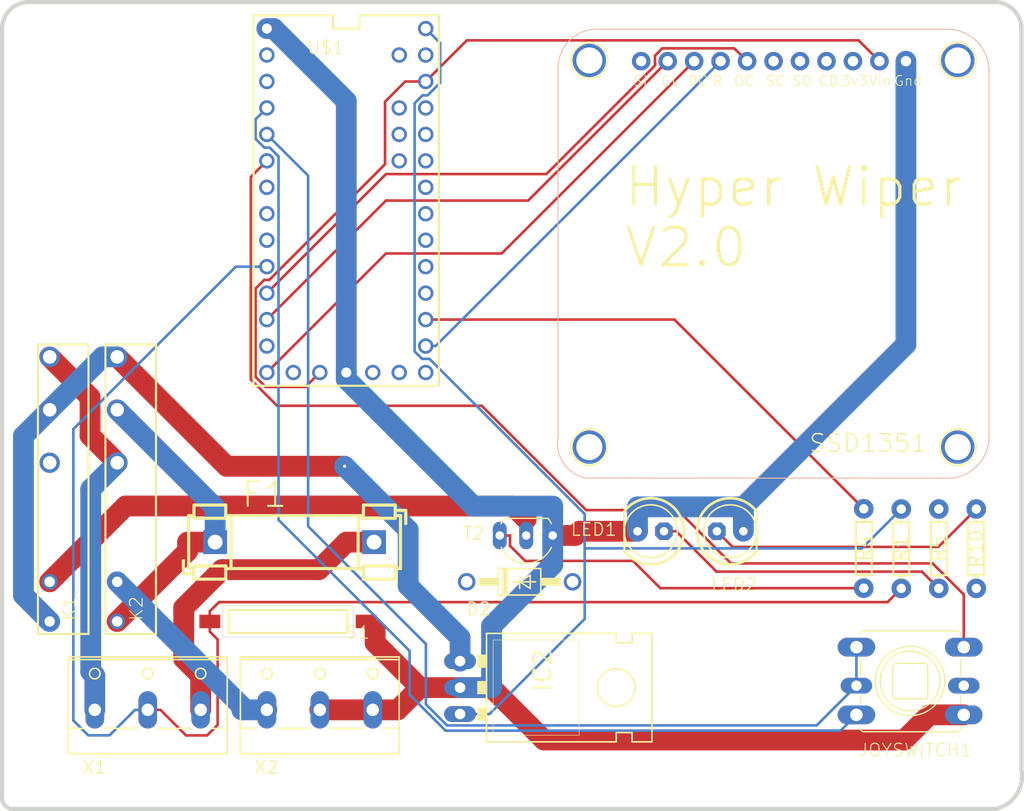
<source format=kicad_pcb>
(kicad_pcb (version 20200628) (host pcbnew "5.99.0-unknown-9a801d8~89~ubuntu20.04.1")

  (general
    (thickness 1.6)
    (drawings 9)
    (tracks 174)
    (modules 18)
    (nets 54)
  )

  (paper "A4")
  (layers
    (0 "Top" signal)
    (31 "Bottom" signal)
    (32 "B.Adhes" user)
    (33 "F.Adhes" user)
    (34 "B.Paste" user)
    (35 "F.Paste" user)
    (36 "B.SilkS" user)
    (37 "F.SilkS" user)
    (38 "B.Mask" user)
    (39 "F.Mask" user)
    (40 "Dwgs.User" user)
    (41 "Cmts.User" user)
    (42 "Eco1.User" user)
    (43 "Eco2.User" user)
    (44 "Edge.Cuts" user)
    (45 "Margin" user)
    (46 "B.CrtYd" user)
    (47 "F.CrtYd" user)
    (48 "B.Fab" user)
    (49 "F.Fab" user)
  )

  (setup
    (stackup
      (layer "F.SilkS" (type "Top Silk Screen"))
      (layer "F.Paste" (type "Top Solder Paste"))
      (layer "F.Mask" (type "Top Solder Mask") (color "Green") (thickness 0.01))
      (layer "Top" (type "copper") (thickness 0.035))
      (layer "dielectric 1" (type "core") (thickness 1.51) (material "FR4") (epsilon_r 4.5) (loss_tangent 0.02))
      (layer "Bottom" (type "copper") (thickness 0.035))
      (layer "B.Mask" (type "Bottom Solder Mask") (color "Green") (thickness 0.01))
      (layer "B.Paste" (type "Bottom Solder Paste"))
      (layer "B.SilkS" (type "Bottom Silk Screen"))
      (copper_finish "None")
      (dielectric_constraints no)
    )
    (pcbplotparams
      (layerselection 0x010fc_ffffffff)
      (usegerberextensions false)
      (usegerberattributes true)
      (usegerberadvancedattributes true)
      (creategerberjobfile true)
      (svguseinch false)
      (svgprecision 6)
      (excludeedgelayer true)
      (linewidth 0.100000)
      (plotframeref false)
      (viasonmask false)
      (mode 1)
      (useauxorigin false)
      (hpglpennumber 1)
      (hpglpenspeed 20)
      (hpglpendiameter 15.000000)
      (psnegative false)
      (psa4output false)
      (plotreference true)
      (plotvalue true)
      (plotinvisibletext false)
      (sketchpadsonfab false)
      (subtractmaskfromsilk false)
      (outputformat 1)
      (mirror false)
      (drillshape 1)
      (scaleselection 1)
      (outputdirectory "")
    )
  )

  (net 0 "")
  (net 1 "Net-(D2-Pad1)")
  (net 2 "Net-(D2-Pad2)")
  (net 3 "Net-(F1-Pad1)")
  (net 4 "Net-(F1-Pad2)")
  (net 5 "/VDD")
  (net 6 "Net-(LED1-PadA)")
  (net 7 "Net-(LED2-PadA)")
  (net 8 "/D8")
  (net 9 "Net-(R4-PadP$1)")
  (net 10 "Net-(R4-PadP$2)")
  (net 11 "/D6")
  (net 12 "/D7")
  (net 13 "Net-(SSD1351-PadJP1$1)")
  (net 14 "Net-(SSD1351-PadJP1$2)")
  (net 15 "Net-(SSD1351-PadJP1$3)")
  (net 16 "Net-(SSD1351-PadJP1$4)")
  (net 17 "Net-(SSD1351-PadJP1$5)")
  (net 18 "/VCC")
  (net 19 "Net-(SSD1351-PadJP1$9)")
  (net 20 "/D10")
  (net 21 "Net-(SSD1351-PadJP1$11)")
  (net 22 "Net-(U$1-Pad0)")
  (net 23 "Net-(U$1-Pad1)")
  (net 24 "/D2")
  (net 25 "/D3")
  (net 26 "/D4")
  (net 27 "Net-(U$1-Pad5)")
  (net 28 "Net-(U$1-Pad6)")
  (net 29 "Net-(U$1-Pad7)")
  (net 30 "Net-(U$1-Pad11)")
  (net 31 "Net-(U$1-PadPGM)")
  (net 32 "Net-(U$1-PadRESET)")
  (net 33 "Net-(U$1-Pad13)")
  (net 34 "/A2)")
  (net 35 "/A3)")
  (net 36 "/A4)")
  (net 37 "/A5)")
  (net 38 "/A6)")
  (net 39 "/A7)")
  (net 40 "/A8)")
  (net 41 "/A9)")
  (net 42 "Net-(U$1-PadA10)")
  (net 43 "Net-(U$1-PadA11)")
  (net 44 "GND")
  (net 45 "VBAT")
  (net 46 "AGND")
  (net 47 "VUSB")
  (net 48 "AREF")
  (net 49 "3.3V")
  (net 50 "/D5")
  (net 51 "Net-(K1-Pad14)")
  (net 52 "Net-(K1-Pad12)")
  (net 53 "Net-(K2-PadA2)")

  (module "DWP 2020:SNR-V" (layer "Top") (tedit 0) (tstamp 8baffbd3-b421-45c8-8aaf-51e9462c49a8)
    (at 111.887 113.03 90)
    (descr "<b>Slim PCB Relay 1 pole 6 A</b> SCHRACK<p>\nSource: http://www.schrack.com/.. 5815.pdf")
    (path "/628c1324-0318-47e7-90a4-d35948a3f3ef")
    (fp_text reference "K2" (at -12.7 1.27 90) (layer "F.SilkS")
      (effects (font (size 1.2065 1.2065) (thickness 0.1016)) (justify left bottom))
    )
    (fp_text value "SNR?0-bGeigieNanoKit_V1.1r5a-eagle-import" (at -3.81 1.27 90) (layer "F.Fab") hide
      (effects (font (size 1.2065 1.2065) (thickness 0.1016)) (justify left bottom))
    )
    (fp_line (start -13.9 2.45) (end -13.9 -2.4) (layer "F.SilkS") (width 0.2032))
    (fp_line (start 13.9 2.45) (end -13.9 2.45) (layer "F.SilkS") (width 0.2032))
    (fp_line (start 13.9 -2.4) (end 13.9 2.45) (layer "F.SilkS") (width 0.2032))
    (fp_line (start -13.9 -2.4) (end 13.9 -2.4) (layer "F.SilkS") (width 0.2032))
    (pad "A1" thru_hole circle (at -12.7 -1.27 90) (size 1.508 1.508) (drill 1) (layers *.Cu *.Mask)
      (net 3 "Net-(F1-Pad1)") (pinfunction "1") (solder_mask_margin 0.1016) (tstamp 289beee3-d1ab-479c-aae2-1ca8cc44d794))
    (pad "A2" thru_hole circle (at -8.89 -1.27 90) (size 1.508 1.508) (drill 1) (layers *.Cu *.Mask)
      (net 53 "Net-(K2-PadA2)") (pinfunction "2") (solder_mask_margin 0.1016) (tstamp f66ac167-360f-4068-9150-9eef0cec183f))
    (pad "14" thru_hole circle (at 12.7 -1.27 90) (size 1.95 1.95) (drill 1.3) (layers *.Cu *.Mask)
      (net 1 "Net-(D2-Pad1)") (pinfunction "S") (solder_mask_margin 0.1016) (tstamp b726c5dc-c438-42b5-bf84-29d9b2d6c3f4))
    (pad "11" thru_hole circle (at 7.62 -1.27 90) (size 1.95 1.95) (drill 1.3) (layers *.Cu *.Mask)
      (net 3 "Net-(F1-Pad1)") (pinfunction "P") (solder_mask_margin 0.1016) (tstamp eba6829c-e23d-4b90-8ae5-58e7299706be))
    (pad "12" thru_hole circle (at 2.54 -1.27 90) (size 1.95 1.95) (drill 1.3) (layers *.Cu *.Mask)
      (net 51 "Net-(K1-Pad14)") (pinfunction "O") (solder_mask_margin 0.1016) (tstamp 899f6759-f762-4198-b217-148b8b4c2974))
  )

  (module "DWP 2020:SNR-V" (layer "Top") (tedit 0) (tstamp 80feded8-d672-472a-a9c2-a3a4594603f8)
    (at 105.41 113.03 90)
    (descr "<b>Slim PCB Relay 1 pole 6 A</b> SCHRACK<p>\nSource: http://www.schrack.com/.. 5815.pdf")
    (path "/9da31c90-3631-4430-96f3-e36903c9af50")
    (fp_text reference "K1" (at -12.7 1.27 90) (layer "F.SilkS")
      (effects (font (size 1.2065 1.2065) (thickness 0.1016)) (justify left bottom))
    )
    (fp_text value "SNR?0-bGeigieNanoKit_V1.1r5a-eagle-import" (at -3.81 1.27 90) (layer "F.Fab")
      (effects (font (size 1.2065 1.2065) (thickness 0.1016)) (justify left bottom))
    )
    (fp_line (start -13.9 2.45) (end -13.9 -2.4) (layer "F.SilkS") (width 0.2032))
    (fp_line (start 13.9 2.45) (end -13.9 2.45) (layer "F.SilkS") (width 0.2032))
    (fp_line (start 13.9 -2.4) (end 13.9 2.45) (layer "F.SilkS") (width 0.2032))
    (fp_line (start -13.9 -2.4) (end 13.9 -2.4) (layer "F.SilkS") (width 0.2032))
    (pad "A1" thru_hole circle (at -12.7 -1.27 90) (size 1.508 1.508) (drill 1) (layers *.Cu *.Mask)
      (net 1 "Net-(D2-Pad1)") (pinfunction "1") (solder_mask_margin 0.1016) (tstamp 289beee3-d1ab-479c-aae2-1ca8cc44d794))
    (pad "A2" thru_hole circle (at -8.89 -1.27 90) (size 1.508 1.508) (drill 1) (layers *.Cu *.Mask)
      (net 2 "Net-(D2-Pad2)") (pinfunction "2") (solder_mask_margin 0.1016) (tstamp f66ac167-360f-4068-9150-9eef0cec183f))
    (pad "14" thru_hole circle (at 12.7 -1.27 90) (size 1.95 1.95) (drill 1.3) (layers *.Cu *.Mask)
      (net 51 "Net-(K1-Pad14)") (pinfunction "S") (solder_mask_margin 0.1016) (tstamp b726c5dc-c438-42b5-bf84-29d9b2d6c3f4))
    (pad "11" thru_hole circle (at 7.62 -1.27 90) (size 1.95 1.95) (drill 1.3) (layers *.Cu *.Mask)
      (net 1 "Net-(D2-Pad1)") (pinfunction "P") (solder_mask_margin 0.1016) (tstamp eba6829c-e23d-4b90-8ae5-58e7299706be))
    (pad "12" thru_hole circle (at 2.54 -1.27 90) (size 1.95 1.95) (drill 1.3) (layers *.Cu *.Mask)
      (net 52 "Net-(K1-Pad12)") (pinfunction "O") (solder_mask_margin 0.1016) (tstamp 899f6759-f762-4198-b217-148b8b4c2974))
  )

  (module "DWP 2020:SKQU" (layer "Top") (tedit 0) (tstamp ec237e84-6eee-464d-b5ca-546438d49dd4)
    (at 186.69 131.445)
    (path "/13c932e9-71b1-4375-a392-c212ae7a8342")
    (fp_text reference "JOYSWITCH1" (at -5 7.335) (layer "F.SilkS")
      (effects (font (size 1.2065 1.2065) (thickness 0.09652)) (justify left bottom))
    )
    (fp_text value "JoySwitch" (at 0 0) (layer "F.SilkS") hide
      (effects (font (size 1.27 1.27) (thickness 0.15)))
    )
    (fp_line (start -4.771631 1.4224) (end -4.771631 2.159) (layer "F.SilkS") (width 0.127))
    (fp_line (start 4.416293 -4.822387) (end -4.340153 -4.822387) (layer "F.SilkS") (width 0.127))
    (fp_arc (start 4.416292 -4.390911) (end 4.847768 -4.390912) (angle -90) (layer "F.SilkS") (width 0.127))
    (fp_line (start 4.847768 -2.1336) (end 4.847768 -0.508) (layer "F.SilkS") (width 0.127))
    (fp_line (start 4.847768 1.4224) (end 4.847768 2.159) (layer "F.SilkS") (width 0.127))
    (fp_arc (start 4.467055 4.49244) (end 4.467056 4.873153) (angle -90) (layer "F.SilkS") (width 0.127))
    (fp_line (start -4.416296 4.873153) (end 4.467056 4.873153) (layer "F.SilkS") (width 0.127))
    (fp_arc (start -4.416295 4.517817) (end -4.771631 4.517818) (angle -90) (layer "F.SilkS") (width 0.127))
    (fp_line (start -4.771631 -2.1336) (end -4.771631 -0.508) (layer "F.SilkS") (width 0.127))
    (fp_arc (start -4.340153 -4.390909) (end -4.340153 -4.822387) (angle -90) (layer "F.SilkS") (width 0.127))
    (fp_arc (start 1.4 -1.4) (end 1.7 -1.4) (angle -90) (layer "F.SilkS") (width 0.127))
    (fp_line (start 1.7 1.5) (end 1.7 -1.4) (layer "F.SilkS") (width 0.127))
    (fp_arc (start 1.5 1.5) (end 1.5 1.7) (angle -90) (layer "F.SilkS") (width 0.127))
    (fp_line (start -1.4 1.7) (end 1.5 1.7) (layer "F.SilkS") (width 0.127))
    (fp_arc (start -1.4 1.4) (end -1.7 1.4) (angle -90) (layer "F.SilkS") (width 0.127))
    (fp_line (start -1.7 -1.2) (end -1.7 1.4) (layer "F.SilkS") (width 0.127))
    (fp_arc (start -1.2 -1.2) (end -1.2 -1.7) (angle -90) (layer "F.SilkS") (width 0.127))
    (fp_line (start 1.4 -1.7) (end -1.2 -1.7) (layer "F.SilkS") (width 0.127))
    (fp_circle (center 0 0) (end 2.865309 0) (layer "F.SilkS") (width 0.127))
    (fp_circle (center 0 0) (end 3.330162 0) (layer "F.SilkS") (width 0.127))
    (fp_line (start 5.304628 0.786812) (end 4.847768 0.786812) (layer "F.Fab") (width 0.127))
    (fp_line (start 5.304628 0.177668) (end 5.304628 0.786812) (layer "F.Fab") (width 0.127))
    (fp_line (start 4.847768 0.177668) (end 5.304628 0.177668) (layer "F.Fab") (width 0.127))
    (fp_line (start 5.913771 3.731009) (end 4.847768 3.731009) (layer "F.Fab") (width 0.127))
    (fp_line (start 5.913771 2.766531) (end 5.913771 3.731009) (layer "F.Fab") (width 0.127))
    (fp_line (start 4.847768 2.766531) (end 5.913771 2.766531) (layer "F.Fab") (width 0.127))
    (fp_line (start 5.913771 -2.690384) (end 4.847768 -2.690384) (layer "F.Fab") (width 0.127))
    (fp_line (start 5.913771 -3.629481) (end 5.913771 -2.690384) (layer "F.Fab") (width 0.127))
    (fp_line (start 4.847768 -3.629481) (end 5.913771 -3.629481) (layer "F.Fab") (width 0.127))
    (fp_line (start -5.203106 0.786812) (end -4.771631 0.786812) (layer "F.Fab") (width 0.127))
    (fp_line (start -5.203106 0.177668) (end -5.203106 0.786812) (layer "F.Fab") (width 0.127))
    (fp_line (start -4.771631 0.177668) (end -5.203106 0.177668) (layer "F.Fab") (width 0.127))
    (fp_line (start -5.863012 3.731009) (end -4.771631 3.731009) (layer "F.Fab") (width 0.127))
    (fp_line (start -5.863012 2.791912) (end -5.863012 3.731009) (layer "F.Fab") (width 0.127))
    (fp_line (start -4.797009 2.791912) (end -5.863012 2.791912) (layer "F.Fab") (width 0.127))
    (fp_line (start -5.837631 -2.715765) (end -4.771631 -2.715765) (layer "F.Fab") (width 0.127))
    (fp_line (start -5.837631 -3.654862) (end -5.837631 -2.715765) (layer "F.Fab") (width 0.127))
    (fp_line (start -4.771631 -3.654862) (end -5.837631 -3.654862) (layer "F.Fab") (width 0.127))
    (fp_circle (center -3.807153 3.883293) (end -3.12611 3.883293) (layer "F.Fab") (width 0.127))
    (fp_circle (center 3.908671 3.908675) (end 4.589714 3.908675) (layer "F.Fab") (width 0.127))
    (fp_circle (center 3.908671 -3.832528) (end 4.589714 -3.832528) (layer "F.Fab") (width 0.127))
    (fp_circle (center -3.807153 -3.832528) (end -3.12611 -3.832528) (layer "F.Fab") (width 0.127))
    (fp_line (start 4.847768 -3.629481) (end 4.847768 -4.390912) (layer "F.Fab") (width 0.127))
    (fp_line (start 4.847768 -2.690384) (end 4.847768 -3.629481) (layer "F.Fab") (width 0.127))
    (fp_line (start 4.847768 0.177668) (end 4.847768 -2.690384) (layer "F.Fab") (width 0.127))
    (fp_line (start 4.847768 0.786812) (end 4.847768 0.177668) (layer "F.Fab") (width 0.127))
    (fp_line (start 4.847768 2.766531) (end 4.847768 0.786812) (layer "F.Fab") (width 0.127))
    (fp_line (start 4.847768 3.731009) (end 4.847768 2.766531) (layer "F.Fab") (width 0.127))
    (fp_line (start 4.847768 4.49244) (end 4.847768 3.731009) (layer "F.Fab") (width 0.127))
    (fp_line (start -4.771631 3.731009) (end -4.771631 4.517818) (layer "F.Fab") (width 0.127))
    (fp_line (start -4.771631 0.786812) (end -4.771631 3.731009) (layer "F.Fab") (width 0.127))
    (fp_line (start -4.771631 0.177668) (end -4.771631 0.786812) (layer "F.Fab") (width 0.127))
    (fp_line (start -4.771631 -2.715765) (end -4.771631 0.177668) (layer "F.Fab") (width 0.127))
    (fp_line (start -4.771631 -3.654862) (end -4.771631 -2.715765) (layer "F.Fab") (width 0.127))
    (fp_line (start -4.771631 -4.390909) (end -4.771631 -3.654862) (layer "F.Fab") (width 0.127))
    (pad "RIGHT" thru_hole oval (at 5.15 0.45) (size 3.016 1.508) (drill 1) (layers *.Cu *.Mask)
      (net 50 "/D5") (pinfunction "RIGHT") (solder_mask_margin 0.1016) (tstamp 046533db-58d0-4534-8f94-9bd3f5ca91a9))
    (pad "LEFT" thru_hole oval (at -5.15 0.45) (size 3.016 1.508) (drill 1) (layers *.Cu *.Mask)
      (net 25 "/D3") (pinfunction "LEFT") (solder_mask_margin 0.1016) (tstamp a55c8869-7c67-4508-8351-b0ab449fde72))
    (pad "COMMON" thru_hole oval (at 5.15 3.25) (size 3.6 1.8) (drill 1.2) (layers *.Cu *.Mask)
      (net 44 "GND") (pinfunction "COMMON") (solder_mask_margin 0.1016) (tstamp f3d080af-b7c2-43ae-8933-a174b3cf361f))
    (pad "CENTER" thru_hole oval (at 5.15 -3.25) (size 3.6 1.8) (drill 1.2) (layers *.Cu *.Mask)
      (net 26 "/D4") (pinfunction "CENTER") (solder_mask_margin 0.1016) (tstamp 54b754a8-5c1f-4f09-8f2e-f993092151d1))
    (pad "DOWN" thru_hole oval (at -5.15 3.25) (size 3.6 1.8) (drill 1.2) (layers *.Cu *.Mask)
      (net 24 "/D2") (pinfunction "DOWN") (solder_mask_margin 0.1016) (tstamp 25e8f3f3-0eee-4a47-bc5e-fb5971e5b057))
    (pad "UP" thru_hole oval (at -5.15 -3.25) (size 3.6 1.8) (drill 1.2) (layers *.Cu *.Mask)
      (net 25 "/D3") (pinfunction "UP") (solder_mask_margin 0.1016) (tstamp 72fff5d0-7142-4a89-be22-0d012ae2e7ff))
  )

  (module "FUSE_HOLDER_5X20MM" (layer "Top") (tedit 0) (tstamp 3f58f37c-ac6e-4340-baa3-6e3d6368c516)
    (at 120.015 118.11)
    (descr "<b>Fuse Holder</b> 5x20 mm<p>\nSource: User LBR Version 2.05")
    (path "/f100c344-1774-4e47-8a72-aef9b06ba07a")
    (fp_text reference "F1" (at 2.413 -3.175) (layer "F.SilkS")
      (effects (font (size 2.413 2.413) (thickness 0.19304)) (justify left bottom))
    )
    (fp_text value "FUSE" (at 2.413 0.762) (layer "F.Fab")
      (effects (font (size 2.413 2.413) (thickness 0.19304)) (justify left bottom))
    )
    (fp_line (start -2.54 -2.54) (end -2.54 2.54) (layer "F.SilkS") (width 0.3048))
    (fp_line (start 1.016 3.556) (end -2.032 3.556) (layer "F.SilkS") (width 0.3048))
    (fp_line (start -2.032 3.556) (end -2.032 2.54) (layer "F.SilkS") (width 0.3048))
    (fp_line (start -2.032 -3.556) (end 1.016 -3.556) (layer "F.SilkS") (width 0.3048))
    (fp_line (start -2.286 3.048) (end -3.048 3.048) (layer "F.SilkS") (width 0.3048))
    (fp_line (start -3.048 1.778) (end -3.048 3.048) (layer "F.SilkS") (width 0.3048))
    (fp_line (start 13.716 -2.54) (end 13.716 2.54) (layer "F.SilkS") (width 0.3048))
    (fp_line (start 1.524 -2.54) (end 1.524 2.54) (layer "F.SilkS") (width 0.3048))
    (fp_line (start 1.524 -2.54) (end 13.716 -2.54) (layer "F.SilkS") (width 0.3048))
    (fp_line (start 1.524 2.54) (end 13.716 2.54) (layer "F.SilkS") (width 0.3048))
    (fp_line (start -2.032 2.286) (end 1.016 2.286) (layer "F.SilkS") (width 0.3048))
    (fp_line (start -2.032 -2.286) (end 1.016 -2.286) (layer "F.SilkS") (width 0.3048))
    (fp_line (start 1.524 -2.54) (end 1.016 -2.54) (layer "F.SilkS") (width 0.3048))
    (fp_line (start 1.016 -2.54) (end 1.016 -3.556) (layer "F.SilkS") (width 0.3048))
    (fp_line (start 1.016 -2.54) (end 1.016 -2.286) (layer "F.SilkS") (width 0.3048))
    (fp_line (start -2.032 -2.286) (end -2.032 -2.54) (layer "F.SilkS") (width 0.3048))
    (fp_line (start -2.032 -2.54) (end -2.032 -3.556) (layer "F.SilkS") (width 0.3048))
    (fp_line (start -2.032 -2.54) (end -2.54 -2.54) (layer "F.SilkS") (width 0.3048))
    (fp_line (start -2.032 2.54) (end -2.032 2.286) (layer "F.SilkS") (width 0.3048))
    (fp_line (start -2.032 2.54) (end -2.54 2.54) (layer "F.SilkS") (width 0.3048))
    (fp_line (start 1.524 2.54) (end 1.016 2.54) (layer "F.SilkS") (width 0.3048))
    (fp_line (start 1.016 2.54) (end 1.016 2.286) (layer "F.SilkS") (width 0.3048))
    (fp_line (start 1.016 2.54) (end 1.016 3.556) (layer "F.SilkS") (width 0.3048))
    (fp_line (start 17.78 2.54) (end 17.78 -2.54) (layer "F.SilkS") (width 0.3048))
    (fp_line (start 14.224 -3.556) (end 17.272 -3.556) (layer "F.SilkS") (width 0.3048))
    (fp_line (start 17.272 -3.556) (end 17.272 -2.54) (layer "F.SilkS") (width 0.3048))
    (fp_line (start 17.272 3.556) (end 14.224 3.556) (layer "F.SilkS") (width 0.3048))
    (fp_line (start 17.526 -3.048) (end 18.288 -3.048) (layer "F.SilkS") (width 0.3048))
    (fp_line (start 18.288 -1.778) (end 18.288 -3.048) (layer "F.SilkS") (width 0.3048))
    (fp_line (start 17.272 -2.286) (end 14.224 -2.286) (layer "F.SilkS") (width 0.3048))
    (fp_line (start 17.272 2.286) (end 14.224 2.286) (layer "F.SilkS") (width 0.3048))
    (fp_line (start 13.716 2.54) (end 14.224 2.54) (layer "F.SilkS") (width 0.3048))
    (fp_line (start 14.224 2.54) (end 14.224 3.556) (layer "F.SilkS") (width 0.3048))
    (fp_line (start 14.224 2.54) (end 14.224 2.286) (layer "F.SilkS") (width 0.3048))
    (fp_line (start 17.272 2.286) (end 17.272 2.54) (layer "F.SilkS") (width 0.3048))
    (fp_line (start 17.272 2.54) (end 17.272 3.556) (layer "F.SilkS") (width 0.3048))
    (fp_line (start 17.272 2.54) (end 17.78 2.54) (layer "F.SilkS") (width 0.3048))
    (fp_line (start 17.272 -2.54) (end 17.272 -2.286) (layer "F.SilkS") (width 0.3048))
    (fp_line (start 17.272 -2.54) (end 17.78 -2.54) (layer "F.SilkS") (width 0.3048))
    (fp_line (start 13.716 -2.54) (end 14.224 -2.54) (layer "F.SilkS") (width 0.3048))
    (fp_line (start 14.224 -2.54) (end 14.224 -2.286) (layer "F.SilkS") (width 0.3048))
    (fp_line (start 14.224 -2.54) (end 14.224 -3.556) (layer "F.SilkS") (width 0.3048))
    (pad "1" thru_hole rect (at 0 0) (size 2.286 2.286) (drill 1.4224) (layers *.Cu *.Mask)
      (net 3 "Net-(F1-Pad1)") (pinfunction "1") (solder_mask_margin 0.1016) (tstamp eb1c6c53-41f3-44b0-b5d4-d3b2c9865792))
    (pad "2" thru_hole rect (at 15.24 0) (size 2.286 2.286) (drill 1.4224) (layers *.Cu *.Mask)
      (net 4 "Net-(F1-Pad2)") (pinfunction "2") (solder_mask_margin 0.1016) (tstamp 3e450a18-f73f-4953-a688-b2803263dacb))
  )

  (module "TO-220-ALT" (layer "Top") (tedit 0) (tstamp cac3690a-38b0-4218-b162-f1379d3c434b)
    (at 147.32 132.08 -90)
    (path "/b29741e2-aef2-4043-8799-7b3ab7d17fa1")
    (fp_text reference "IC2" (at -3.81 -5.08 90) (layer "F.SilkS")
      (effects (font (size 1.6891 1.6891) (thickness 0.1778)) (justify right bottom))
    )
    (fp_text value "V_REG_78XX-TO-220" (at -3.937 -2.54 90) (layer "F.Fab") hide
      (effects (font (size 1.6891 1.6891) (thickness 0.1778)) (justify right bottom))
    )
    (fp_line (start -5.207 1.27) (end 5.207 1.27) (layer "F.SilkS") (width 0.1524))
    (fp_line (start 5.207 -14.605) (end -5.207 -14.605) (layer "F.SilkS") (width 0.1524))
    (fp_line (start 5.207 1.27) (end 5.207 -11.176) (layer "F.SilkS") (width 0.1524))
    (fp_line (start 5.207 -11.176) (end 4.318 -11.176) (layer "F.SilkS") (width 0.1524))
    (fp_line (start 4.318 -11.176) (end 4.318 -12.7) (layer "F.SilkS") (width 0.1524))
    (fp_line (start 4.318 -12.7) (end 5.207 -12.7) (layer "F.SilkS") (width 0.1524))
    (fp_line (start 5.207 -12.7) (end 5.207 -14.605) (layer "F.SilkS") (width 0.1524))
    (fp_line (start -5.207 1.27) (end -5.207 -11.176) (layer "F.SilkS") (width 0.1524))
    (fp_line (start -5.207 -11.176) (end -4.318 -11.176) (layer "F.SilkS") (width 0.1524))
    (fp_line (start -4.318 -11.176) (end -4.318 -12.7) (layer "F.SilkS") (width 0.1524))
    (fp_line (start -4.318 -12.7) (end -5.207 -12.7) (layer "F.SilkS") (width 0.1524))
    (fp_line (start -5.207 -12.7) (end -5.207 -14.605) (layer "F.SilkS") (width 0.1524))
    (fp_line (start -4.572 0.635) (end 4.572 0.635) (layer "F.SilkS") (width 0.0508))
    (fp_line (start 4.572 -7.62) (end 4.572 0.635) (layer "F.SilkS") (width 0.0508))
    (fp_line (start 4.572 -7.62) (end -4.572 -7.62) (layer "F.SilkS") (width 0.0508))
    (fp_line (start -4.572 0.635) (end -4.572 -7.62) (layer "F.SilkS") (width 0.0508))
    (fp_circle (center 0 -11.176) (end 1.8034 -11.176) (layer "F.SilkS") (width 0.1524))
    (fp_circle (center 0 -11.176) (end 1.524 -11.176) (layer "Dwgs.User") (width 3.048))
    (fp_circle (center 0 -11.176) (end 1.524 -11.176) (layer "Dwgs.User") (width 3.048))
    (fp_text user "-" (at -0.508 0 90) (layer "F.Fab")
      (effects (font (size 1.2065 1.2065) (thickness 0.127)) (justify right bottom))
    )
    (fp_text user "I" (at -3.048 0 90) (layer "F.Fab")
      (effects (font (size 1.2065 1.2065) (thickness 0.127)) (justify right bottom))
    )
    (fp_text user "O" (at 2.032 0 90) (layer "F.Fab")
      (effects (font (size 1.2065 1.2065) (thickness 0.127)) (justify right bottom))
    )
    (fp_poly (pts (xy 1.905 2.159) (xy 3.175 2.159) (xy 3.175 1.27) (xy 1.905 1.27)) (layer "F.SilkS") (width 0))
    (fp_poly (pts (xy 1.905 3.81) (xy 3.175 3.81) (xy 3.175 2.159) (xy 1.905 2.159)) (layer "F.Fab") (width 0))
    (fp_poly (pts (xy -0.635 2.159) (xy 0.635 2.159) (xy 0.635 1.27) (xy -0.635 1.27)) (layer "F.SilkS") (width 0))
    (fp_poly (pts (xy -3.175 2.159) (xy -1.905 2.159) (xy -1.905 1.27) (xy -3.175 1.27)) (layer "F.SilkS") (width 0))
    (fp_poly (pts (xy -0.635 3.81) (xy 0.635 3.81) (xy 0.635 2.159) (xy -0.635 2.159)) (layer "F.Fab") (width 0))
    (fp_poly (pts (xy -3.175 3.81) (xy -1.905 3.81) (xy -1.905 2.159) (xy -3.175 2.159)) (layer "F.Fab") (width 0))
    (pad "IN" thru_hole oval (at -2.54 3.81) (size 3.048 1.524) (drill 1.016) (layers *.Cu *.Mask)
      (net 1 "Net-(D2-Pad1)") (pinfunction "IN") (solder_mask_margin 0.1016) (tstamp 26a66ffa-387a-4c35-b01f-fc9d585c7d9a))
    (pad "GND" thru_hole oval (at 0 3.81) (size 3.048 1.524) (drill 1.016) (layers *.Cu *.Mask)
      (net 44 "GND") (pinfunction "GND") (solder_mask_margin 0.1016) (tstamp 8fb21193-0b7f-49c1-a5a4-46ec8b73067a))
    (pad "OUT" thru_hole oval (at 2.54 3.81) (size 3.048 1.524) (drill 1.016) (layers *.Cu *.Mask)
      (net 5 "/VDD") (pinfunction "OUT") (solder_mask_margin 0.1016) (tstamp 4fc2bbf7-9417-4686-b5db-b327b8806bdb))
    (pad "" np_thru_hole circle (at 0 -11.176 270) (size 3.302 3.302) (drill 3.302) (layers *.Cu *.Mask) (tstamp a9b28257-a965-4c20-ba77-19250dff6dfc))
  )

  (module "AXIAL-0.3EZ" (layer "Top") (tedit 0) (tstamp bdd5e6f0-b03d-4ef4-a869-2b22adca58e8)
    (at 182.245 118.722 -90)
    (descr "This is the \"EZ\" version of the standard .3\" spaced resistor package.<br>\nIt has a reduced top mask to make it harder to install upside-down.")
    (path "/c7d5700b-7942-452a-b098-848fb0e38d95")
    (fp_text reference "R4" (at 0 0 -90) (layer "F.SilkS")
      (effects (font (size 1.27 1.27) (thickness 0.15)))
    )
    (fp_text value "10k" (at 0 0 -90) (layer "F.SilkS") hide
      (effects (font (size 1.27 1.27) (thickness 0.15)))
    )
    (fp_line (start -2.54 -0.762) (end 2.54 -0.762) (layer "F.SilkS") (width 0.2032))
    (fp_line (start 2.54 -0.762) (end 2.54 0) (layer "F.SilkS") (width 0.2032))
    (fp_line (start 2.54 0) (end 2.54 0.762) (layer "F.SilkS") (width 0.2032))
    (fp_line (start 2.54 0.762) (end -2.54 0.762) (layer "F.SilkS") (width 0.2032))
    (fp_line (start -2.54 0.762) (end -2.54 0) (layer "F.SilkS") (width 0.2032))
    (fp_line (start -2.54 0) (end -2.54 -0.762) (layer "F.SilkS") (width 0.2032))
    (fp_line (start 2.54 0) (end 2.794 0) (layer "F.SilkS") (width 0.2032))
    (fp_line (start -2.54 0) (end -2.794 0) (layer "F.SilkS") (width 0.2032))
    (fp_text user ">Name" (at -2.54 -1.27 -90) (layer "F.SilkS") hide
      (effects (font (size 0.9652 0.9652) (thickness 0.08128)) (justify left bottom))
    )
    (fp_text user ">Value" (at -2.032 0.381 -90) (layer "F.SilkS") hide
      (effects (font (size 0.9652 0.9652) (thickness 0.1524)) (justify left bottom))
    )
    (fp_circle (center -3.81 0) (end -3.556 0) (layer "F.Mask") (width 0.508))
    (fp_circle (center 3.81 0) (end 4.071817 0) (layer "F.Mask") (width 0.523634))
    (fp_circle (center -3.81 0) (end -3.298047 0) (layer "B.Mask") (width 1.023906))
    (fp_circle (center 3.81 0) (end 4.333634 0) (layer "B.Mask") (width 1.047268))
    (pad "P$1" thru_hole circle (at -3.81 0 270) (size 1.8796 1.8796) (drill 0.9) (layers *.Cu)
      (net 9 "Net-(R4-PadP$1)") (pinfunction "1") (solder_mask_margin 0.1016) (tstamp 2a7c3c6f-ae0b-4b85-b375-a1435db65ef3))
    (pad "P$2" thru_hole circle (at 3.81 0 270) (size 1.8796 1.8796) (drill 0.9) (layers *.Cu)
      (net 10 "Net-(R4-PadP$2)") (pinfunction "2") (solder_mask_margin 0.1016) (tstamp 324b520b-8c1a-4ecd-9c20-07092532a296))
  )

  (module "CT10-A2" (layer "Top") (tedit 0) (tstamp 7164d737-1e58-426c-a00e-944ab56bc05c)
    (at 127 125.73 180)
    (descr "<b>CT10 Series Molded Switch</b><p>\nCOTO TECHNOLOGY / www.cotorelay.com<br>\nSource: <a href=\"http://www.farnell.com/datasheets/91368.pdf\"> Data sheet </a>")
    (path "/15d44a36-c0fd-4a7f-b57d-e911ed2d70f3")
    (fp_text reference "S1" (at -5.5 -1.75 180) (layer "F.SilkS")
      (effects (font (size 1.2065 1.2065) (thickness 0.1016)) (justify left bottom))
    )
    (fp_text value "REED-Switch" (at 6.223 -3.048) (layer "F.Fab")
      (effects (font (size 1.2065 1.2065) (thickness 0.1016)) (justify left bottom))
    )
    (fp_line (start 5.7 -1.1) (end 5.7 1.1) (layer "F.SilkS") (width 0.2032))
    (fp_line (start 5.7 1.1) (end -5.7 1.1) (layer "F.SilkS") (width 0.2032))
    (fp_line (start -5.7 1.1) (end -5.7 -1.1) (layer "F.SilkS") (width 0.2032))
    (fp_line (start -5.7 -1.1) (end 5.7 -1.1) (layer "F.SilkS") (width 0.2032))
    (fp_line (start -6.25 -1.5) (end 6.25 -1.5) (layer "Edge.Cuts") (width 0.05))
    (fp_line (start 6.25 -1.5) (end 6.25 1.5) (layer "Edge.Cuts") (width 0.05))
    (fp_line (start 6.25 1.5) (end -6.25 1.5) (layer "Edge.Cuts") (width 0.05))
    (fp_line (start -6.25 1.5) (end -6.25 -1.5) (layer "Edge.Cuts") (width 0.05))
    (fp_poly (pts (xy -7.86 0.505) (xy -5.7 0.505) (xy -5.7 -0.505) (xy -7.86 -0.505)) (layer "F.Fab") (width 0))
    (fp_poly (pts (xy 7.86 -0.504999) (xy 5.7 -0.505) (xy 5.7 0.504999) (xy 7.86 0.505)) (layer "F.Fab") (width 0))
    (pad "1" smd rect (at -7.5 0 180) (size 2 1.3) (layers "Top" "F.Paste" "F.Mask")
      (net 44 "GND") (pinfunction "1") (solder_mask_margin 0.1016) (tstamp 5af8cb20-3c96-4591-9f76-916d516e87bd))
    (pad "2" smd rect (at 7.5 0 180) (size 2 1.3) (layers "Top" "F.Paste" "F.Mask")
      (net 8 "/D8") (pinfunction "2") (solder_mask_margin 0.1016) (tstamp ab991d59-255a-4a21-88ff-ede4d62c40eb))
  )

  (module "TO92-ECB" (layer "Top") (tedit 0) (tstamp 61761f87-143e-4f5a-87ac-c5fe029386f9)
    (at 149.86 117.475 180)
    (descr "<b>TO-92</b> Pads In Line E C B from top<p>")
    (path "/70704670-19b5-4db3-8e6b-920e19abf243")
    (fp_text reference "T2" (at 3.937 -0.508) (layer "F.SilkS")
      (effects (font (size 1.2065 1.2065) (thickness 0.127)) (justify right bottom))
    )
    (fp_text value "2SC1815" (at -2.54 3.302) (layer "F.Fab")
      (effects (font (size 1.2065 1.2065) (thickness 0.127)) (justify right bottom))
    )
    (fp_line (start -2.095 1.651) (end 2.095 1.651) (layer "F.SilkS") (width 0.127))
    (fp_arc (start 0 0.000008) (end -2.413 -1.1359) (angle 129.583) (layer "F.SilkS") (width 0.127))
    (fp_line (start 1.136 0.127) (end -1.136 0.127) (layer "F.Fab") (width 0.127))
    (fp_arc (start -0.000297 0.000014) (end -2.413 -1.1359) (angle -27.9407) (layer "F.Fab") (width 0.127))
    (fp_arc (start -0.000004 -0.000091) (end -2.664 0.127) (angle -22.4788) (layer "F.Fab") (width 0.127))
    (fp_line (start -1.404 0.127) (end -2.664 0.127) (layer "F.Fab") (width 0.127))
    (fp_arc (start -0.000495 -0.000106) (end -2.4135 1.1359) (angle -13.0385) (layer "F.SilkS") (width 0.127))
    (fp_line (start -1.136 0.127) (end -1.404 0.127) (layer "F.SilkS") (width 0.127))
    (fp_arc (start 0.000004 -0.000091) (end 2.413 1.1359) (angle -22.4788) (layer "F.Fab") (width 0.127))
    (fp_arc (start -0.000402 0.000154) (end 2.664 0.127) (angle -27.9333) (layer "F.Fab") (width 0.127))
    (fp_line (start 2.664 0.127) (end 1.404 0.127) (layer "F.Fab") (width 0.127))
    (fp_line (start 1.404 0.127) (end 1.136 0.127) (layer "F.SilkS") (width 0.127))
    (fp_arc (start 0.000492 -0.000109) (end 2.095 1.651) (angle -13.6094) (layer "F.SilkS") (width 0.127))
    (pad "C" thru_hole oval (at 0 0 270) (size 2.6416 1.3208) (drill 0.8128) (layers *.Cu *.Mask)
      (net 2 "Net-(D2-Pad2)") (pinfunction "C") (solder_mask_margin 0.1016) (tstamp 93c70bfd-95ac-4911-9568-45939a16ce31))
    (pad "E" thru_hole oval (at -2.54 0 270) (size 2.6416 1.3208) (drill 0.8128) (layers *.Cu *.Mask)
      (net 44 "GND") (pinfunction "E") (solder_mask_margin 0.1016) (tstamp fd971cbe-0de8-4e6c-bd3c-212efa65040d))
    (pad "B" thru_hole oval (at 2.54 0 270) (size 2.6416 1.3208) (drill 0.8128) (layers *.Cu *.Mask)
      (net 10 "Net-(R4-PadP$2)") (pinfunction "B") (solder_mask_margin 0.1016) (tstamp 8780e3c0-cdf0-49c4-8217-3ad3e88e0bc4))
  )

  (module "TEENSY_3.0+4" (layer "Top") (tedit 0) (tstamp 3e4e27c2-2dea-4c63-99b1-cbaf7e62b473)
    (at 132.595 85.3186)
    (path "/62318bf8-a29c-4e39-be7c-6768f193855a")
    (fp_text reference "U$1" (at -3.81 -13.97) (layer "F.SilkS")
      (effects (font (size 1.2065 1.2065) (thickness 0.1016)) (justify left bottom))
    )
    (fp_text value "TEENSY 4" (at -3.81 13.97) (layer "F.Fab")
      (effects (font (size 1.2065 1.2065) (thickness 0.1016)) (justify left bottom))
    )
    (fp_line (start -8.89 -17.78) (end 8.89 -17.78) (layer "F.Fab") (width 0.127))
    (fp_line (start 8.89 -17.78) (end 8.89 17.78) (layer "F.Fab") (width 0.127))
    (fp_line (start 8.89 17.78) (end -8.89 17.78) (layer "F.Fab") (width 0.127))
    (fp_line (start -8.89 17.78) (end -8.89 -17.78) (layer "F.Fab") (width 0.127))
    (fp_line (start -1.27 -16.51) (end 1.27 -16.51) (layer "F.SilkS") (width 0.2032))
    (fp_line (start 1.27 -16.51) (end 1.27 -17.78) (layer "F.SilkS") (width 0.2032))
    (fp_line (start 1.27 -17.78) (end 8.89 -17.78) (layer "F.SilkS") (width 0.2032))
    (fp_line (start 8.89 -17.78) (end 8.89 17.78) (layer "F.SilkS") (width 0.2032))
    (fp_line (start 8.89 17.78) (end -8.89 17.78) (layer "F.SilkS") (width 0.2032))
    (fp_line (start -8.89 17.78) (end -8.89 -17.78) (layer "F.SilkS") (width 0.2032))
    (fp_line (start -8.89 -17.78) (end -1.27 -17.78) (layer "F.SilkS") (width 0.2032))
    (fp_line (start -1.27 -17.78) (end -1.27 -16.51) (layer "F.SilkS") (width 0.2032))
    (pad "GND" thru_hole circle (at -7.62 -16.51) (size 1.4732 1.4732) (drill 0.9652) (layers *.Cu *.Mask)
      (net 44 "GND") (pinfunction "GND") (solder_mask_margin 0.1016) (tstamp c232030f-c4f4-4018-8c79-011a15b22886))
    (pad "0" thru_hole circle (at -7.62 -13.97) (size 1.4732 1.4732) (drill 0.9652) (layers *.Cu *.Mask)
      (net 22 "Net-(U$1-Pad0)") (pinfunction "0") (solder_mask_margin 0.1016) (tstamp 7d219617-8e3f-4341-8ac5-32bfca0a71f2))
    (pad "1" thru_hole circle (at -7.62 -11.43) (size 1.4732 1.4732) (drill 0.9652) (layers *.Cu *.Mask)
      (net 23 "Net-(U$1-Pad1)") (pinfunction "1") (solder_mask_margin 0.1016) (tstamp 666c96ad-802f-4760-9faa-d10f5d18c016))
    (pad "2" thru_hole circle (at -7.62 -8.89) (size 1.4732 1.4732) (drill 0.9652) (layers *.Cu *.Mask)
      (net 24 "/D2") (pinfunction "2") (solder_mask_margin 0.1016) (tstamp fb213d0a-011e-4151-afa5-4b0aa3825e03))
    (pad "3" thru_hole circle (at -7.62 -6.35) (size 1.4732 1.4732) (drill 0.9652) (layers *.Cu *.Mask)
      (net 25 "/D3") (pinfunction "3") (solder_mask_margin 0.1016) (tstamp 75d5ad51-abf6-4ea8-ba5a-bba023e05fd1))
    (pad "4" thru_hole circle (at -7.62 -3.81) (size 1.4732 1.4732) (drill 0.9652) (layers *.Cu *.Mask)
      (net 26 "/D4") (pinfunction "4") (solder_mask_margin 0.1016) (tstamp 619c4586-e6c8-460a-a2c6-fa115bd73123))
    (pad "5" thru_hole circle (at -7.62 -1.27) (size 1.4732 1.4732) (drill 0.9652) (layers *.Cu *.Mask)
      (net 27 "Net-(U$1-Pad5)") (pinfunction "5") (solder_mask_margin 0.1016) (tstamp 5332d86f-a86e-48e6-a31b-0d65866389d5))
    (pad "6" thru_hole circle (at -7.62 1.27) (size 1.4732 1.4732) (drill 0.9652) (layers *.Cu *.Mask)
      (net 28 "Net-(U$1-Pad6)") (pinfunction "6") (solder_mask_margin 0.1016) (tstamp b387d37a-0871-4e8c-9342-0b9d8e51a560))
    (pad "7" thru_hole circle (at -7.62 3.81) (size 1.4732 1.4732) (drill 0.9652) (layers *.Cu *.Mask)
      (net 29 "Net-(U$1-Pad7)") (pinfunction "7") (solder_mask_margin 0.1016) (tstamp 306bc059-162a-4978-acbc-06fec95c9905))
    (pad "8" thru_hole circle (at -7.62 6.35) (size 1.4732 1.4732) (drill 0.9652) (layers *.Cu *.Mask)
      (net 8 "/D8") (pinfunction "8") (solder_mask_margin 0.1016) (tstamp 04849ba5-9830-4390-81d7-d59222e7a66e))
    (pad "9" thru_hole circle (at -7.62 8.89) (size 1.4732 1.4732) (drill 0.9652) (layers *.Cu *.Mask)
      (net 14 "Net-(SSD1351-PadJP1$2)") (pinfunction "9") (solder_mask_margin 0.1016) (tstamp 0eb1d6a3-2ac4-48e9-9dc0-f7a192361cdf))
    (pad "10" thru_hole circle (at -7.62 11.43) (size 1.4732 1.4732) (drill 0.9652) (layers *.Cu *.Mask)
      (net 20 "/D10") (pinfunction "10") (solder_mask_margin 0.1016) (tstamp 4611cb79-eb36-417a-9a99-09ccb44280b5))
    (pad "11" thru_hole circle (at -7.62 13.97) (size 1.4732 1.4732) (drill 0.9652) (layers *.Cu *.Mask)
      (net 30 "Net-(U$1-Pad11)") (pinfunction "11") (solder_mask_margin 0.1016) (tstamp d173ccc4-61d8-4f0d-bd79-fa9d014dd105))
    (pad "12" thru_hole circle (at -7.62 16.51) (size 1.4732 1.4732) (drill 0.9652) (layers *.Cu *.Mask)
      (net 21 "Net-(SSD1351-PadJP1$11)") (pinfunction "12") (solder_mask_margin 0.1016) (tstamp 9bace70a-ec7b-4c42-b00a-c1e885fa0e5f))
    (pad "VBAT" thru_hole circle (at -5.08 16.51) (size 1.4732 1.4732) (drill 0.9652) (layers *.Cu *.Mask)
      (net 45 "VBAT") (pinfunction "VBAT") (solder_mask_margin 0.1016) (tstamp caeced76-8514-4343-8e6e-fa1abef2fb1b))
    (pad "3.3V1" thru_hole circle (at -2.54 16.51) (size 1.4732 1.4732) (drill 0.9652) (layers *.Cu *.Mask)
      (net 18 "/VCC") (pinfunction "3.3V") (solder_mask_margin 0.1016) (tstamp c0ef17e1-cac1-4f15-8bdb-a7cc85a52214))
    (pad "GND1" thru_hole circle (at 0 16.51) (size 1.4732 1.4732) (drill 0.9652) (layers *.Cu *.Mask)
      (net 44 "GND") (pinfunction "GND") (solder_mask_margin 0.1016) (tstamp f2947d60-599a-4b5d-981f-10d377e23eff))
    (pad "PGM" thru_hole circle (at 2.54 16.51) (size 1.4732 1.4732) (drill 0.9652) (layers *.Cu *.Mask)
      (net 31 "Net-(U$1-PadPGM)") (pinfunction "PGM") (solder_mask_margin 0.1016) (tstamp 1e42c101-d84f-45ff-ae81-b7e7c7f95275))
    (pad "RESET" thru_hole circle (at 5.08 16.51) (size 1.4732 1.4732) (drill 0.9652) (layers *.Cu *.Mask)
      (net 32 "Net-(U$1-PadRESET)") (pinfunction "RESET") (solder_mask_margin 0.1016) (tstamp 59399e39-c477-4374-95df-7b617264286f))
    (pad "13" thru_hole circle (at 7.62 16.51) (size 1.4732 1.4732) (drill 0.9652) (layers *.Cu *.Mask)
      (net 33 "Net-(U$1-Pad13)") (pinfunction "13") (solder_mask_margin 0.1016) (tstamp 3bed4902-b494-42cd-826a-e0bd2cf78647))
    (pad "14/A0" thru_hole circle (at 7.62 13.97) (size 1.4732 1.4732) (drill 0.9652) (layers *.Cu *.Mask)
      (net 13 "Net-(SSD1351-PadJP1$1)") (pinfunction "14/A0") (solder_mask_margin 0.1016) (tstamp 506936e6-2649-4862-851d-aa95f708cf7c))
    (pad "15/A1" thru_hole circle (at 7.62 11.43) (size 1.4732 1.4732) (drill 0.9652) (layers *.Cu *.Mask)
      (net 9 "Net-(R4-PadP$1)") (pinfunction "15/A1") (solder_mask_margin 0.1016) (tstamp c7719f9f-3d92-430c-8e29-a0b364d61922))
    (pad "16/A2" thru_hole circle (at 7.62 8.89) (size 1.4732 1.4732) (drill 0.9652) (layers *.Cu *.Mask)
      (net 34 "/A2)") (pinfunction "16/A2") (solder_mask_margin 0.1016) (tstamp 1e82009e-b2d5-4f71-98e0-7f4d9749b1e0))
    (pad "17/A3" thru_hole circle (at 7.62 6.35) (size 1.4732 1.4732) (drill 0.9652) (layers *.Cu *.Mask)
      (net 35 "/A3)") (pinfunction "17/A3") (solder_mask_margin 0.1016) (tstamp 52e6fdab-8716-4392-83c2-fa9ac66f8256))
    (pad "18/A4" thru_hole circle (at 7.62 3.81) (size 1.4732 1.4732) (drill 0.9652) (layers *.Cu *.Mask)
      (net 36 "/A4)") (pinfunction "18/A4") (solder_mask_margin 0.1016) (tstamp c8405682-aa82-4157-92e0-a4f0dabaa94c))
    (pad "19/A5" thru_hole circle (at 7.62 1.27) (size 1.4732 1.4732) (drill 0.9652) (layers *.Cu *.Mask)
      (net 37 "/A5)") (pinfunction "19/A5") (solder_mask_margin 0.1016) (tstamp f9a83de9-4396-4ad9-b30d-2513bbbb8028))
    (pad "20/A6" thru_hole circle (at 7.62 -1.27) (size 1.4732 1.4732) (drill 0.9652) (layers *.Cu *.Mask)
      (net 38 "/A6)") (pinfunction "20/A6") (solder_mask_margin 0.1016) (tstamp 5be22848-8f33-4cf8-a14d-3a2b121735a3))
    (pad "21/A7" thru_hole circle (at 7.62 -3.81) (size 1.4732 1.4732) (drill 0.9652) (layers *.Cu *.Mask)
      (net 39 "/A7)") (pinfunction "21/A7") (solder_mask_margin 0.1016) (tstamp f6dac718-8936-481b-9a0d-63b197210ab0))
    (pad "22/A8" thru_hole circle (at 7.62 -6.35) (size 1.4732 1.4732) (drill 0.9652) (layers *.Cu *.Mask)
      (net 40 "/A8)") (pinfunction "22/A8") (solder_mask_margin 0.1016) (tstamp f949fec0-100e-4bbe-a091-9739465786ba))
    (pad "23/A9" thru_hole circle (at 7.62 -8.89) (size 1.4732 1.4732) (drill 0.9652) (layers *.Cu *.Mask)
      (net 41 "/A9)") (pinfunction "23/A9") (solder_mask_margin 0.1016) (tstamp 983e2bb7-6553-4b13-8528-0ab53ab23a1f))
    (pad "3.3V" thru_hole circle (at 7.62 -11.43) (size 1.4732 1.4732) (drill 0.9652) (layers *.Cu *.Mask)
      (net 18 "/VCC") (pinfunction "3.3V") (solder_mask_margin 0.1016) (tstamp c0cd0640-a287-486f-8820-60b6f266b5a3))
    (pad "AGND" thru_hole circle (at 7.62 -13.97) (size 1.4732 1.4732) (drill 0.9652) (layers *.Cu *.Mask)
      (net 46 "AGND") (pinfunction "AGND") (solder_mask_margin 0.1016) (tstamp 490d2f21-c031-4dd2-82b7-8f1892546d80))
    (pad "VIN" thru_hole circle (at 7.62 -16.51) (size 1.4732 1.4732) (drill 0.9652) (layers *.Cu *.Mask)
      (net 5 "/VDD") (pinfunction "VIN") (solder_mask_margin 0.1016) (tstamp a1cc2486-f094-4b4a-a6cb-8a6535208343))
    (pad "VUSB" thru_hole circle (at 5.08 -13.97) (size 1.4732 1.4732) (drill 0.9652) (layers *.Cu *.Mask)
      (net 47 "VUSB") (pinfunction "VUSB") (solder_mask_margin 0.1016) (tstamp a35e7f9c-e62f-42b1-b846-0a94034545d1))
    (pad "AREF" thru_hole circle (at 5.08 -8.89) (size 1.4732 1.4732) (drill 0.9652) (layers *.Cu *.Mask)
      (net 48 "AREF") (pinfunction "AREF") (solder_mask_margin 0.1016) (tstamp bffc8a5d-dde0-4baa-ae7f-7ee8675a9645))
    (pad "A10" thru_hole circle (at 5.08 -6.35) (size 1.4732 1.4732) (drill 0.9652) (layers *.Cu *.Mask)
      (net 42 "Net-(U$1-PadA10)") (pinfunction "A10") (solder_mask_margin 0.1016) (tstamp 7f0bcfef-01f7-4a8a-b467-fef57d36b7df))
    (pad "A11" thru_hole circle (at 5.08 -3.81) (size 1.4732 1.4732) (drill 0.9652) (layers *.Cu *.Mask)
      (net 43 "Net-(U$1-PadA11)") (pinfunction "A11") (solder_mask_margin 0.1016) (tstamp e0d4a834-86c3-4735-b254-39c94ffbd5e6))
  )

  (module "AXIAL-0.3EZ" (layer "Top") (tedit 0) (tstamp bdd5e6f0-b03d-4ef4-a869-2b22adca58e8)
    (at 185.843 118.745 90)
    (descr "This is the \"EZ\" version of the standard .3\" spaced resistor package.<br>\nIt has a reduced top mask to make it harder to install upside-down.")
    (path "/5aa306e4-69ca-4f63-bf03-8e6ac0f61ad5")
    (fp_text reference "R1" (at 0 0 90) (layer "F.SilkS")
      (effects (font (size 1.27 1.27) (thickness 0.15)))
    )
    (fp_text value "10k" (at 0 0 90) (layer "F.SilkS") hide
      (effects (font (size 1.27 1.27) (thickness 0.15)))
    )
    (fp_line (start -2.54 -0.762) (end 2.54 -0.762) (layer "F.SilkS") (width 0.2032))
    (fp_line (start 2.54 -0.762) (end 2.54 0) (layer "F.SilkS") (width 0.2032))
    (fp_line (start 2.54 0) (end 2.54 0.762) (layer "F.SilkS") (width 0.2032))
    (fp_line (start 2.54 0.762) (end -2.54 0.762) (layer "F.SilkS") (width 0.2032))
    (fp_line (start -2.54 0.762) (end -2.54 0) (layer "F.SilkS") (width 0.2032))
    (fp_line (start -2.54 0) (end -2.54 -0.762) (layer "F.SilkS") (width 0.2032))
    (fp_line (start 2.54 0) (end 2.794 0) (layer "F.SilkS") (width 0.2032))
    (fp_line (start -2.54 0) (end -2.794 0) (layer "F.SilkS") (width 0.2032))
    (fp_text user ">Name" (at -2.54 -1.27 90) (layer "F.SilkS") hide
      (effects (font (size 0.9652 0.9652) (thickness 0.08128)) (justify left bottom))
    )
    (fp_text user ">Value" (at -2.032 0.381 90) (layer "F.SilkS") hide
      (effects (font (size 0.9652 0.9652) (thickness 0.1524)) (justify left bottom))
    )
    (fp_circle (center -3.81 0) (end -3.556 0) (layer "F.Mask") (width 0.508))
    (fp_circle (center 3.81 0) (end 4.071817 0) (layer "F.Mask") (width 0.523634))
    (fp_circle (center -3.81 0) (end -3.298047 0) (layer "B.Mask") (width 1.023906))
    (fp_circle (center 3.81 0) (end 4.333634 0) (layer "B.Mask") (width 1.047268))
    (pad "P$1" thru_hole circle (at -3.81 0 90) (size 1.8796 1.8796) (drill 0.9) (layers *.Cu)
      (net 8 "/D8") (pinfunction "1") (solder_mask_margin 0.1016) (tstamp 2a7c3c6f-ae0b-4b85-b375-a1435db65ef3))
    (pad "P$2" thru_hole circle (at 3.81 0 90) (size 1.8796 1.8796) (drill 0.9) (layers *.Cu)
      (net 5 "/VDD") (pinfunction "2") (solder_mask_margin 0.1016) (tstamp 324b520b-8c1a-4ecd-9c20-07092532a296))
  )

  (module "AXIAL-0.3EZ" (layer "Top") (tedit 0) (tstamp b76e780e-03be-446d-82a2-c5508f2a05aa)
    (at 189.442 118.745 90)
    (descr "This is the \"EZ\" version of the standard .3\" spaced resistor package.<br>\nIt has a reduced top mask to make it harder to install upside-down.")
    (path "/f991be95-f5a6-4561-bc5f-2aa6103dfce9")
    (fp_text reference "R5" (at 0 0 90) (layer "F.SilkS")
      (effects (font (size 1.27 1.27) (thickness 0.15)))
    )
    (fp_text value "470" (at 0 0 90) (layer "F.SilkS") hide
      (effects (font (size 1.27 1.27) (thickness 0.15)))
    )
    (fp_line (start -2.54 -0.762) (end 2.54 -0.762) (layer "F.SilkS") (width 0.2032))
    (fp_line (start 2.54 -0.762) (end 2.54 0) (layer "F.SilkS") (width 0.2032))
    (fp_line (start 2.54 0) (end 2.54 0.762) (layer "F.SilkS") (width 0.2032))
    (fp_line (start 2.54 0.762) (end -2.54 0.762) (layer "F.SilkS") (width 0.2032))
    (fp_line (start -2.54 0.762) (end -2.54 0) (layer "F.SilkS") (width 0.2032))
    (fp_line (start -2.54 0) (end -2.54 -0.762) (layer "F.SilkS") (width 0.2032))
    (fp_line (start 2.54 0) (end 2.794 0) (layer "F.SilkS") (width 0.2032))
    (fp_line (start -2.54 0) (end -2.794 0) (layer "F.SilkS") (width 0.2032))
    (fp_text user ">Name" (at -2.54 -1.27 90) (layer "F.SilkS") hide
      (effects (font (size 0.9652 0.9652) (thickness 0.08128)) (justify left bottom))
    )
    (fp_text user ">Value" (at -2.032 0.381 90) (layer "F.SilkS") hide
      (effects (font (size 0.9652 0.9652) (thickness 0.1524)) (justify left bottom))
    )
    (fp_circle (center -3.81 0) (end -3.556 0) (layer "F.Mask") (width 0.508))
    (fp_circle (center 3.81 0) (end 4.071817 0) (layer "F.Mask") (width 0.523634))
    (fp_circle (center -3.81 0) (end -3.298047 0) (layer "B.Mask") (width 1.023906))
    (fp_circle (center 3.81 0) (end 4.333634 0) (layer "B.Mask") (width 1.047268))
    (pad "P$1" thru_hole circle (at -3.81 0 90) (size 1.8796 1.8796) (drill 0.9) (layers *.Cu)
      (net 6 "Net-(LED1-PadA)") (pinfunction "1") (solder_mask_margin 0.1016) (tstamp 3a017642-8f20-4ad3-b442-8c021bb7ce13))
    (pad "P$2" thru_hole circle (at 3.81 0 90) (size 1.8796 1.8796) (drill 0.9) (layers *.Cu)
      (net 11 "/D6") (pinfunction "2") (solder_mask_margin 0.1016) (tstamp 4fdeae06-f1cc-4009-bb99-698ace6e9390))
  )

  (module "LED5MM" (layer "Top") (tedit 0) (tstamp 336a0ca5-bafb-4cc7-b918-2979ca2ff2c8)
    (at 161.805 117.069 180)
    (descr "<B>LED</B><p>\n5 mm, round")
    (path "/87a2ae7e-faa8-4f1f-9412-ad62d030ae8e")
    (fp_text reference "LED1" (at 3.175 -0.5334) (layer "F.SilkS")
      (effects (font (size 1.2065 1.2065) (thickness 0.12065)) (justify right bottom))
    )
    (fp_text value "LED5MM" (at 3.2004 1.8034) (layer "F.Fab")
      (effects (font (size 1.2065 1.2065) (thickness 0.12065)) (justify right bottom))
    )
    (fp_line (start 2.54 1.905) (end 2.54 -1.905) (layer "F.SilkS") (width 0.2032))
    (fp_arc (start 0 0) (end 2.54 1.905) (angle 286.260205) (layer "F.SilkS") (width 0.254))
    (fp_arc (start 0 0) (end -1.143 0) (angle 90) (layer "F.Fab") (width 0.1524))
    (fp_arc (start 0 0) (end 0 1.143) (angle -90) (layer "F.Fab") (width 0.1524))
    (fp_arc (start 0 0) (end -1.651 0) (angle 90) (layer "F.Fab") (width 0.1524))
    (fp_arc (start 0 0) (end 0 1.651) (angle -90) (layer "F.Fab") (width 0.1524))
    (fp_arc (start 0 0) (end -2.159 0) (angle 90) (layer "F.Fab") (width 0.1524))
    (fp_arc (start 0 0) (end 0 2.159) (angle -90) (layer "F.Fab") (width 0.1524))
    (fp_circle (center 0 0) (end 2.54 0) (layer "F.SilkS") (width 0.1524))
    (pad "A" thru_hole roundrect (at -1.27 0 180) (size 1.6764 1.6764) (drill 0.8128) (layers *.Cu *.Mask) (roundrect_rratio 0.25)
      (chamfer_ratio 0.25) (chamfer top_left top_right bottom_left bottom_right)
      (net 6 "Net-(LED1-PadA)") (pinfunction "A") (solder_mask_margin 0.1016) (tstamp ae0131cd-6394-45cb-acee-ae4dd0a85a71))
    (pad "K" thru_hole roundrect (at 1.27 0 180) (size 1.6764 1.6764) (drill 0.8128) (layers *.Cu *.Mask) (roundrect_rratio 0.25)
      (chamfer_ratio 0.25) (chamfer top_left top_right bottom_left bottom_right)
      (net 44 "GND") (pinfunction "C") (solder_mask_margin 0.1016) (tstamp b2a446ce-70f6-432f-be3e-770e506c380d))
  )

  (module "AXIAL-0.3EZ" (layer "Top") (tedit 0) (tstamp bdd5e6f0-b03d-4ef4-a869-2b22adca58e8)
    (at 193.04 118.745 90)
    (descr "This is the \"EZ\" version of the standard .3\" spaced resistor package.<br>\nIt has a reduced top mask to make it harder to install upside-down.")
    (path "/ead01a2b-25f8-49f7-b811-cfdf5fdabf14")
    (fp_text reference "R10" (at 0 0 90) (layer "F.SilkS")
      (effects (font (size 1.27 1.27) (thickness 0.15)))
    )
    (fp_text value "1k" (at 0 0 90) (layer "F.SilkS") hide
      (effects (font (size 1.27 1.27) (thickness 0.15)))
    )
    (fp_line (start -2.54 -0.762) (end 2.54 -0.762) (layer "F.SilkS") (width 0.2032))
    (fp_line (start 2.54 -0.762) (end 2.54 0) (layer "F.SilkS") (width 0.2032))
    (fp_line (start 2.54 0) (end 2.54 0.762) (layer "F.SilkS") (width 0.2032))
    (fp_line (start 2.54 0.762) (end -2.54 0.762) (layer "F.SilkS") (width 0.2032))
    (fp_line (start -2.54 0.762) (end -2.54 0) (layer "F.SilkS") (width 0.2032))
    (fp_line (start -2.54 0) (end -2.54 -0.762) (layer "F.SilkS") (width 0.2032))
    (fp_line (start 2.54 0) (end 2.794 0) (layer "F.SilkS") (width 0.2032))
    (fp_line (start -2.54 0) (end -2.794 0) (layer "F.SilkS") (width 0.2032))
    (fp_text user ">Name" (at -2.54 -1.27 90) (layer "F.SilkS") hide
      (effects (font (size 0.9652 0.9652) (thickness 0.08128)) (justify left bottom))
    )
    (fp_text user ">Value" (at -2.032 0.381 90) (layer "F.SilkS") hide
      (effects (font (size 0.9652 0.9652) (thickness 0.1524)) (justify left bottom))
    )
    (fp_circle (center -3.81 0) (end -3.556 0) (layer "F.Mask") (width 0.508))
    (fp_circle (center 3.81 0) (end 4.071817 0) (layer "F.Mask") (width 0.523634))
    (fp_circle (center -3.81 0) (end -3.298047 0) (layer "B.Mask") (width 1.023906))
    (fp_circle (center 3.81 0) (end 4.333634 0) (layer "B.Mask") (width 1.047268))
    (pad "P$1" thru_hole circle (at -3.81 0 90) (size 1.8796 1.8796) (drill 0.9) (layers *.Cu)
      (net 12 "/D7") (pinfunction "1") (solder_mask_margin 0.1016) (tstamp 2a7c3c6f-ae0b-4b85-b375-a1435db65ef3))
    (pad "P$2" thru_hole circle (at 3.81 0 90) (size 1.8796 1.8796) (drill 0.9) (layers *.Cu)
      (net 7 "Net-(LED2-PadA)") (pinfunction "2") (solder_mask_margin 0.1016) (tstamp 324b520b-8c1a-4ecd-9c20-07092532a296))
  )

  (module "LED5MM" (layer "Top") (tedit 0) (tstamp 336a0ca5-bafb-4cc7-b918-2979ca2ff2c8)
    (at 169.425 117.069)
    (descr "<B>LED</B><p>\n5 mm, round")
    (path "/7168d276-fdce-47f8-916d-1ead543db8b1")
    (fp_text reference "LED2" (at -1.905 5.8166) (layer "F.SilkS")
      (effects (font (size 1.2065 1.2065) (thickness 0.12065)) (justify left bottom))
    )
    (fp_text value "LED5MM" (at 3.2004 1.8034) (layer "F.Fab")
      (effects (font (size 1.2065 1.2065) (thickness 0.12065)) (justify left bottom))
    )
    (fp_line (start 2.54 1.905) (end 2.54 -1.905) (layer "F.SilkS") (width 0.2032))
    (fp_arc (start 0 0) (end 2.54 1.905) (angle 286.260205) (layer "F.SilkS") (width 0.254))
    (fp_arc (start 0 0) (end -1.143 0) (angle 90) (layer "F.Fab") (width 0.1524))
    (fp_arc (start 0 0) (end 0 1.143) (angle -90) (layer "F.Fab") (width 0.1524))
    (fp_arc (start 0 0) (end -1.651 0) (angle 90) (layer "F.Fab") (width 0.1524))
    (fp_arc (start 0 0) (end 0 1.651) (angle -90) (layer "F.Fab") (width 0.1524))
    (fp_arc (start 0 0) (end -2.159 0) (angle 90) (layer "F.Fab") (width 0.1524))
    (fp_arc (start 0 0) (end 0 2.159) (angle -90) (layer "F.Fab") (width 0.1524))
    (fp_circle (center 0 0) (end 2.54 0) (layer "F.SilkS") (width 0.1524))
    (pad "A" thru_hole roundrect (at -1.27 0) (size 1.6764 1.6764) (drill 0.8128) (layers *.Cu *.Mask) (roundrect_rratio 0.25)
      (chamfer_ratio 0.25) (chamfer top_left top_right bottom_left bottom_right)
      (net 7 "Net-(LED2-PadA)") (pinfunction "A") (solder_mask_margin 0.1016) (tstamp ae0131cd-6394-45cb-acee-ae4dd0a85a71))
    (pad "K" thru_hole roundrect (at 1.27 0) (size 1.6764 1.6764) (drill 0.8128) (layers *.Cu *.Mask) (roundrect_rratio 0.25)
      (chamfer_ratio 0.25) (chamfer top_left top_right bottom_left bottom_right)
      (net 44 "GND") (pinfunction "C") (solder_mask_margin 0.1016) (tstamp b2a446ce-70f6-432f-be3e-770e506c380d))
  )

  (module "DO41-10" (layer "Top") (tedit 0) (tstamp a3b3994d-ec4c-4b02-8c75-3fb789d49ef6)
    (at 149.225 121.92)
    (descr "<B>DIODE</B><p>\ndiameter 2.54 mm, horizontal, grid 10.16 mm")
    (path "/5b062762-c0d9-47d1-aa86-8994b622998c")
    (fp_text reference "D2" (at -2.667 3.302 180) (layer "F.SilkS")
      (effects (font (size 1.2065 1.2065) (thickness 0.127)) (justify right bottom))
    )
    (fp_text value "1N4004" (at 5.08 3.429 180) (layer "F.Fab")
      (effects (font (size 1.2065 1.2065) (thickness 0.127)) (justify right bottom))
    )
    (fp_line (start 2.032 1.27) (end -2.032 1.27) (layer "F.SilkS") (width 0.1524))
    (fp_line (start 2.032 1.27) (end 2.032 -1.27) (layer "F.SilkS") (width 0.1524))
    (fp_line (start -2.032 -1.27) (end 2.032 -1.27) (layer "F.SilkS") (width 0.1524))
    (fp_line (start -2.032 -1.27) (end -2.032 1.27) (layer "F.SilkS") (width 0.1524))
    (fp_line (start 5.08 0) (end 4.064 0) (layer "F.Fab") (width 0.762))
    (fp_line (start -5.08 0) (end -4.064 0) (layer "F.Fab") (width 0.762))
    (fp_line (start -0.635 0) (end 0 0) (layer "F.SilkS") (width 0.1524))
    (fp_line (start 1.016 -0.635) (end 1.016 0.635) (layer "F.SilkS") (width 0.1524))
    (fp_line (start 1.016 0.635) (end 0 0) (layer "F.SilkS") (width 0.1524))
    (fp_line (start 0 0) (end 1.524 0) (layer "F.SilkS") (width 0.1524))
    (fp_line (start 0 0) (end 1.016 -0.635) (layer "F.SilkS") (width 0.1524))
    (fp_line (start 0 -0.635) (end 0 0) (layer "F.SilkS") (width 0.1524))
    (fp_line (start 0 0) (end 0 0.635) (layer "F.SilkS") (width 0.1524))
    (fp_poly (pts (xy -1.651 1.27) (xy -1.143 1.27) (xy -1.143 -1.27) (xy -1.651 -1.27)) (layer "F.SilkS") (width 0))
    (fp_poly (pts (xy 2.032 0.381) (xy 3.937 0.381) (xy 3.937 -0.381) (xy 2.032 -0.381)) (layer "F.SilkS") (width 0))
    (fp_poly (pts (xy -3.937 0.381) (xy -2.032 0.381) (xy -2.032 -0.381) (xy -3.937 -0.381)) (layer "F.SilkS") (width 0))
    (pad "A" thru_hole circle (at 5.08 0) (size 1.6764 1.6764) (drill 1.1176) (layers *.Cu *.Mask)
      (solder_mask_margin 0.1016) (tstamp be52ab51-ecbf-4932-bf47-ff4ee43f2d67))
    (pad "C" thru_hole circle (at -5.08 0) (size 1.6764 1.6764) (drill 1.1176) (layers *.Cu *.Mask)
      (solder_mask_margin 0.1016) (tstamp 8f63b4eb-28c4-4ca1-954a-c8f0c71f287f))
  )

  (module "W237-3E" (layer "Top") (tedit 0) (tstamp 45d4bc48-eaa9-4789-a306-673a379f79f8)
    (at 113.545 133.579)
    (descr "<b>WAGO SREW CLAMP</b>")
    (path "/12b9b417-fb21-40cf-a292-7cf757e1aecf")
    (fp_text reference "X1" (at -6.35 6.858) (layer "F.SilkS")
      (effects (font (size 1.2065 1.2065) (thickness 0.127)) (justify left bottom))
    )
    (fp_text value "W237-3E" (at -6.35 4.318) (layer "F.Fab")
      (effects (font (size 1.2065 1.2065) (thickness 0.127)) (justify left bottom))
    )
    (fp_line (start -6.0706 1.651) (end -4.064 -0.3556) (layer "F.Fab") (width 0.254))
    (fp_line (start -0.9144 1.6764) (end 0.9906 -0.3556) (layer "F.Fab") (width 0.254))
    (fp_line (start 4.0894 1.651) (end 6.096 -0.3556) (layer "F.Fab") (width 0.254))
    (fp_line (start -7.62 4.826) (end 7.62 4.826) (layer "F.SilkS") (width 0.1524))
    (fp_line (start -7.62 4.826) (end -7.62 2.413) (layer "F.SilkS") (width 0.1524))
    (fp_line (start -7.62 2.413) (end -7.62 -4.191) (layer "F.SilkS") (width 0.1524))
    (fp_line (start -7.62 2.413) (end -6.096 2.413) (layer "F.SilkS") (width 0.1524))
    (fp_line (start -6.096 2.413) (end -4.064 2.413) (layer "F.Fab") (width 0.1524))
    (fp_line (start -4.064 2.413) (end -1.016 2.413) (layer "F.SilkS") (width 0.1524))
    (fp_line (start 1.016 2.413) (end 4.064 2.413) (layer "F.SilkS") (width 0.1524))
    (fp_line (start 6.096 2.413) (end 7.62 2.413) (layer "F.SilkS") (width 0.1524))
    (fp_line (start -7.62 -4.191) (end 7.62 -4.191) (layer "F.SilkS") (width 0.1524))
    (fp_line (start -7.62 -4.191) (end -7.62 -4.445) (layer "F.SilkS") (width 0.1524))
    (fp_line (start 7.62 -4.445) (end 7.62 -4.191) (layer "F.SilkS") (width 0.1524))
    (fp_line (start 7.62 -4.445) (end -7.62 -4.445) (layer "F.SilkS") (width 0.1524))
    (fp_line (start 7.62 2.413) (end 7.62 4.826) (layer "F.SilkS") (width 0.1524))
    (fp_line (start 7.62 -4.191) (end 7.62 2.413) (layer "F.SilkS") (width 0.1524))
    (fp_line (start 4.064 2.413) (end 6.096 2.413) (layer "F.Fab") (width 0.1524))
    (fp_line (start -1.016 2.413) (end 1.016 2.413) (layer "F.Fab") (width 0.1524))
    (fp_circle (center -5.08 0.635) (end -3.5814 0.635) (layer "F.Fab") (width 0.1524))
    (fp_circle (center -5.08 -2.8448) (end -4.572 -2.8448) (layer "F.SilkS") (width 0.1524))
    (fp_circle (center 0 0.635) (end 1.4986 0.635) (layer "F.Fab") (width 0.1524))
    (fp_circle (center 0 -2.8448) (end 0.508 -2.8448) (layer "F.SilkS") (width 0.1524))
    (fp_circle (center 5.08 0.635) (end 6.5786 0.635) (layer "F.Fab") (width 0.1524))
    (fp_circle (center 5.08 -2.8448) (end 5.588 -2.8448) (layer "F.SilkS") (width 0.1524))
    (fp_text user "1" (at -6.985 -1.27) (layer "F.Fab")
      (effects (font (size 1.2065 1.2065) (thickness 0.127)) (justify left bottom))
    )
    (fp_text user "2" (at -1.8542 -1.2192) (layer "F.Fab")
      (effects (font (size 1.2065 1.2065) (thickness 0.127)) (justify left bottom))
    )
    (fp_text user "3" (at 3.175 -1.27) (layer "F.Fab")
      (effects (font (size 1.2065 1.2065) (thickness 0.127)) (justify left bottom))
    )
    (pad "1" thru_hole oval (at -5.08 0.635 90) (size 3.5814 1.7907) (drill 1.1938) (layers *.Cu *.Mask)
      (net 51 "Net-(K1-Pad14)") (pinfunction "KL") (solder_mask_margin 0.1016) (tstamp 3fd8dc6b-cbf1-45f7-a3ba-28b3b898c882))
    (pad "2" thru_hole oval (at 0 0.635 90) (size 3.5814 1.7907) (drill 1.1938) (layers *.Cu *.Mask)
      (net 8 "/D8") (pinfunction "KL") (solder_mask_margin 0.1016) (tstamp 5731f7fc-2670-492f-b7c9-75f4d8f7b262))
    (pad "3" thru_hole oval (at 5.08 0.635 90) (size 3.5814 1.7907) (drill 1.1938) (layers *.Cu *.Mask)
      (net 4 "Net-(F1-Pad2)") (pinfunction "KL") (solder_mask_margin 0.1016) (tstamp 44c726e9-9799-428c-9c02-f10af1a2bf87))
  )

  (module "W237-3E" (layer "Top") (tedit 0) (tstamp 45d4bc48-eaa9-4789-a306-673a379f79f8)
    (at 130.055 133.579)
    (descr "<b>WAGO SREW CLAMP</b>")
    (path "/38883ebe-235c-4536-a0af-27a676d98162")
    (fp_text reference "X2" (at -6.35 6.858) (layer "F.SilkS")
      (effects (font (size 1.2065 1.2065) (thickness 0.127)) (justify left bottom))
    )
    (fp_text value "W237-3E" (at -6.35 4.318) (layer "F.Fab")
      (effects (font (size 1.2065 1.2065) (thickness 0.127)) (justify left bottom))
    )
    (fp_line (start -6.0706 1.651) (end -4.064 -0.3556) (layer "F.Fab") (width 0.254))
    (fp_line (start -0.9144 1.6764) (end 0.9906 -0.3556) (layer "F.Fab") (width 0.254))
    (fp_line (start 4.0894 1.651) (end 6.096 -0.3556) (layer "F.Fab") (width 0.254))
    (fp_line (start -7.62 4.826) (end 7.62 4.826) (layer "F.SilkS") (width 0.1524))
    (fp_line (start -7.62 4.826) (end -7.62 2.413) (layer "F.SilkS") (width 0.1524))
    (fp_line (start -7.62 2.413) (end -7.62 -4.191) (layer "F.SilkS") (width 0.1524))
    (fp_line (start -7.62 2.413) (end -6.096 2.413) (layer "F.SilkS") (width 0.1524))
    (fp_line (start -6.096 2.413) (end -4.064 2.413) (layer "F.Fab") (width 0.1524))
    (fp_line (start -4.064 2.413) (end -1.016 2.413) (layer "F.SilkS") (width 0.1524))
    (fp_line (start 1.016 2.413) (end 4.064 2.413) (layer "F.SilkS") (width 0.1524))
    (fp_line (start 6.096 2.413) (end 7.62 2.413) (layer "F.SilkS") (width 0.1524))
    (fp_line (start -7.62 -4.191) (end 7.62 -4.191) (layer "F.SilkS") (width 0.1524))
    (fp_line (start -7.62 -4.191) (end -7.62 -4.445) (layer "F.SilkS") (width 0.1524))
    (fp_line (start 7.62 -4.445) (end 7.62 -4.191) (layer "F.SilkS") (width 0.1524))
    (fp_line (start 7.62 -4.445) (end -7.62 -4.445) (layer "F.SilkS") (width 0.1524))
    (fp_line (start 7.62 2.413) (end 7.62 4.826) (layer "F.SilkS") (width 0.1524))
    (fp_line (start 7.62 -4.191) (end 7.62 2.413) (layer "F.SilkS") (width 0.1524))
    (fp_line (start 4.064 2.413) (end 6.096 2.413) (layer "F.Fab") (width 0.1524))
    (fp_line (start -1.016 2.413) (end 1.016 2.413) (layer "F.Fab") (width 0.1524))
    (fp_circle (center -5.08 0.635) (end -3.5814 0.635) (layer "F.Fab") (width 0.1524))
    (fp_circle (center -5.08 -2.8448) (end -4.572 -2.8448) (layer "F.SilkS") (width 0.1524))
    (fp_circle (center 0 0.635) (end 1.4986 0.635) (layer "F.Fab") (width 0.1524))
    (fp_circle (center 0 -2.8448) (end 0.508 -2.8448) (layer "F.SilkS") (width 0.1524))
    (fp_circle (center 5.08 0.635) (end 6.5786 0.635) (layer "F.Fab") (width 0.1524))
    (fp_circle (center 5.08 -2.8448) (end 5.588 -2.8448) (layer "F.SilkS") (width 0.1524))
    (fp_text user "1" (at -6.985 -1.27) (layer "F.Fab")
      (effects (font (size 1.2065 1.2065) (thickness 0.127)) (justify left bottom))
    )
    (fp_text user "2" (at -1.8542 -1.2192) (layer "F.Fab")
      (effects (font (size 1.2065 1.2065) (thickness 0.127)) (justify left bottom))
    )
    (fp_text user "3" (at 3.175 -1.27) (layer "F.Fab")
      (effects (font (size 1.2065 1.2065) (thickness 0.127)) (justify left bottom))
    )
    (pad "1" thru_hole oval (at -5.08 0.635 90) (size 3.5814 1.7907) (drill 1.1938) (layers *.Cu *.Mask)
      (net 53 "Net-(K2-PadA2)") (pinfunction "KL") (solder_mask_margin 0.1016) (tstamp 3fd8dc6b-cbf1-45f7-a3ba-28b3b898c882))
    (pad "2" thru_hole oval (at 0 0.635 90) (size 3.5814 1.7907) (drill 1.1938) (layers *.Cu *.Mask)
      (net 44 "GND") (pinfunction "KL") (solder_mask_margin 0.1016) (tstamp 5731f7fc-2670-492f-b7c9-75f4d8f7b262))
    (pad "3" thru_hole oval (at 5.08 0.635 90) (size 3.5814 1.7907) (drill 1.1938) (layers *.Cu *.Mask)
      (net 44 "GND") (pinfunction "KL") (solder_mask_margin 0.1016) (tstamp 44c726e9-9799-428c-9c02-f10af1a2bf87))
  )

  (module "SSD1351_128X128_LCD" (layer "Top") (tedit 0) (tstamp d13ef868-e6bf-43b8-9ff7-f586691073f9)
    (at 171.965 89.1286)
    (path "/858da2d7-13e0-4059-a385-90e7de23f48a")
    (fp_text reference "SSD1351" (at 4.946 20.4724) (layer "F.SilkS")
      (effects (font (size 1.6891 1.6891) (thickness 0.135128)) (justify left bottom))
    )
    (fp_text value "SSD1351_128X128_LCD" (at 0 0) (layer "F.SilkS") hide
      (effects (font (size 1.27 1.27) (thickness 0.15)))
    )
    (fp_line (start -19.05 18.860009) (end -19.05 -16.760012) (layer "F.SilkS") (width 0.080009))
    (fp_arc (start -15.299988 -16.509991) (end -15.050009 -20.260006) (angle -89.999384) (layer "F.SilkS") (width 0.080009))
    (fp_line (start -15.050009 -20.260006) (end 18.299987 -20.260006) (layer "F.SilkS") (width 0.080009))
    (fp_arc (start 18.300013 -16.260013) (end 22.300006 -16.259987) (angle -90.000766) (layer "F.SilkS") (width 0.080009))
    (fp_line (start 22.300006 -16.259987) (end 22.300006 18.860009) (layer "F.SilkS") (width 0.080009))
    (fp_arc (start 18.300013 18.860007) (end 18.299987 22.86) (angle -90.000363) (layer "F.SilkS") (width 0.080009))
    (fp_arc (start -15.685007 19.495007) (end -19.05 18.860009) (angle -89.999961) (layer "F.SilkS") (width 0.080009))
    (fp_line (start 18.365337 22.8664) (end -16.257765 22.82925) (layer "F.SilkS") (width 0.080009))
    (fp_line (start -19.05 18.860009) (end -19.05 -16.760012) (layer "B.SilkS") (width 0.080009))
    (fp_arc (start -15.299988 -16.509991) (end -15.050009 -20.260006) (angle -89.999384) (layer "B.SilkS") (width 0.080009))
    (fp_line (start -15.050009 -20.260006) (end 18.299987 -20.260006) (layer "B.SilkS") (width 0.080009))
    (fp_arc (start 18.300013 -16.260013) (end 22.300006 -16.259987) (angle -90.000766) (layer "B.SilkS") (width 0.080009))
    (fp_line (start 22.300006 -16.259987) (end 22.300006 18.860009) (layer "B.SilkS") (width 0.080009))
    (fp_arc (start 18.300013 18.860007) (end 18.299987 22.86) (angle -90.000363) (layer "B.SilkS") (width 0.080009))
    (fp_arc (start -15.685007 19.495007) (end -19.05 18.860009) (angle -89.999961) (layer "B.SilkS") (width 0.080009))
    (fp_line (start 18.206468 22.834625) (end -16.447431 22.829253) (layer "B.SilkS") (width 0.080009))
    (fp_text user "Gnd" (at 13.129006 -14.732) (layer "F.SilkS")
      (effects (font (size 0.9652 0.9652) (thickness 0.08128)) (justify left bottom))
    )
    (fp_text user "Vin" (at 10.716006 -14.732) (layer "F.SilkS")
      (effects (font (size 0.9652 0.9652) (thickness 0.08128)) (justify left bottom))
    )
    (fp_text user "3v3" (at 8.049006 -14.732) (layer "F.SilkS")
      (effects (font (size 0.9652 0.9652) (thickness 0.08128)) (justify left bottom))
    )
    (fp_text user "CD" (at 5.890006 -14.732) (layer "F.SilkS")
      (effects (font (size 0.9652 0.9652) (thickness 0.08128)) (justify left bottom))
    )
    (fp_text user "SO" (at 3.350006 -14.732) (layer "F.SilkS")
      (effects (font (size 0.9652 0.9652) (thickness 0.08128)) (justify left bottom))
    )
    (fp_text user "DC" (at -6.682993 -14.732) (layer "F.SilkS")
      (effects (font (size 0.9652 0.9652) (thickness 0.08128)) (justify left bottom))
    )
    (fp_text user "OC" (at -2.237993 -14.732) (layer "F.SilkS")
      (effects (font (size 0.9652 0.9652) (thickness 0.08128)) (justify left bottom))
    )
    (fp_text user "R" (at -4.269993 -14.732) (layer "F.SilkS")
      (effects (font (size 0.9652 0.9652) (thickness 0.08128)) (justify left bottom))
    )
    (fp_text user "SC" (at 0.810006 -14.732) (layer "F.SilkS")
      (effects (font (size 0.9652 0.9652) (thickness 0.08128)) (justify left bottom))
    )
    (fp_poly (pts (xy 11.531 -16.936) (xy 12.039 -16.936) (xy 12.039 -17.444) (xy 11.531 -17.444)) (layer "F.Fab") (width 0))
    (fp_poly (pts (xy 8.991 -16.936) (xy 9.499 -16.936) (xy 9.499 -17.444) (xy 8.991 -17.444)) (layer "F.Fab") (width 0))
    (fp_poly (pts (xy 6.451 -16.936) (xy 6.959 -16.936) (xy 6.959 -17.444) (xy 6.451 -17.444)) (layer "F.Fab") (width 0))
    (fp_poly (pts (xy 3.911 -16.936) (xy 4.419 -16.936) (xy 4.419 -17.444) (xy 3.911 -17.444)) (layer "F.Fab") (width 0))
    (fp_poly (pts (xy 1.371 -16.936) (xy 1.879 -16.936) (xy 1.879 -17.444) (xy 1.371 -17.444)) (layer "F.Fab") (width 0))
    (fp_poly (pts (xy -1.169 -16.936) (xy -0.661 -16.936) (xy -0.661 -17.444) (xy -1.169 -17.444)) (layer "F.Fab") (width 0))
    (fp_poly (pts (xy -3.709 -16.936) (xy -3.201 -16.936) (xy -3.201 -17.444) (xy -3.709 -17.444)) (layer "F.Fab") (width 0))
    (fp_poly (pts (xy 14.071 -16.936) (xy 14.579 -16.936) (xy 14.579 -17.444) (xy 14.071 -17.444)) (layer "F.Fab") (width 0))
    (fp_circle (center 19.3 -17.26) (end 21.05 -17.26) (layer "F.SilkS") (width 0.1524))
    (fp_circle (center 19.3 -17.26) (end 20.3 -17.26) (layer "F.CrtYd") (width 2.032))
    (fp_circle (center 19.3 -17.26) (end 20.3 -17.26) (layer "B.CrtYd") (width 2.032))
    (fp_circle (center -16.05 19.86) (end -14.3 19.86) (layer "F.SilkS") (width 0.1524))
    (fp_circle (center -16.05 19.86) (end -15.05 19.86) (layer "F.CrtYd") (width 2.032))
    (fp_circle (center -16.05 19.86) (end -15.05 19.86) (layer "B.CrtYd") (width 2.032))
    (fp_circle (center 19.3 19.86) (end 21.05 19.86) (layer "F.SilkS") (width 0.1524))
    (fp_circle (center 19.3 19.86) (end 20.3 19.86) (layer "F.CrtYd") (width 2.032))
    (fp_circle (center 19.3 19.86) (end 20.3 19.86) (layer "B.CrtYd") (width 2.032))
    (fp_circle (center -16.05 -17.26) (end -14.3 -17.26) (layer "F.SilkS") (width 0.1524))
    (fp_circle (center -16.05 -17.26) (end -15.05 -17.26) (layer "F.CrtYd") (width 2.032))
    (fp_circle (center -16.05 -17.26) (end -15.05 -17.26) (layer "B.CrtYd") (width 2.032))
    (fp_text user "SI" (at -11.889993 -14.732) (layer "F.SilkS")
      (effects (font (size 0.9652 0.9652) (thickness 0.08128)) (justify left bottom))
    )
    (fp_poly (pts (xy -6.249 -16.936) (xy -5.741 -16.936) (xy -5.741 -17.444) (xy -6.249 -17.444)) (layer "F.Fab") (width 0))
    (fp_poly (pts (xy -8.789 -16.936) (xy -8.281 -16.936) (xy -8.281 -17.444) (xy -8.789 -17.444)) (layer "F.Fab") (width 0))
    (fp_poly (pts (xy -11.329 -16.936) (xy -10.821 -16.936) (xy -10.821 -17.444) (xy -11.329 -17.444)) (layer "F.Fab") (width 0))
    (fp_text user "CL" (at -9.222993 -14.732) (layer "F.SilkS")
      (effects (font (size 0.9652 0.9652) (thickness 0.08128)) (justify left bottom))
    )
    (pad "JP1$1" thru_hole circle (at -3.455009 -17.190009 90) (size 1.778 1.778) (drill 1) (layers *.Cu *.Mask)
      (net 13 "Net-(SSD1351-PadJP1$1)") (pinfunction "RST") (solder_mask_margin 0.1016) (tstamp ec75275a-9617-40c7-810b-5a4f8bcbe3d8))
    (pad "JP1$2" thru_hole circle (at -0.915009 -17.190009 90) (size 1.778 1.778) (drill 1) (layers *.Cu *.Mask)
      (net 14 "Net-(SSD1351-PadJP1$2)") (pinfunction "OC") (solder_mask_margin 0.1016) (tstamp 5426ee50-7626-4640-87a0-5c0160d72e9e))
    (pad "JP1$3" thru_hole circle (at 1.62499 -17.190009 90) (size 1.778 1.778) (drill 1) (layers *.Cu *.Mask)
      (net 15 "Net-(SSD1351-PadJP1$3)") (pinfunction "SC") (solder_mask_margin 0.1016) (tstamp 3e663628-8a0d-4905-98e6-1852e7d0b5bb))
    (pad "JP1$4" thru_hole circle (at 4.16499 -17.190009 90) (size 1.778 1.778) (drill 1) (layers *.Cu *.Mask)
      (net 16 "Net-(SSD1351-PadJP1$4)") (pinfunction "SO") (solder_mask_margin 0.1016) (tstamp 3e65a1cb-d1d9-48e8-805b-8f907265a9d3))
    (pad "JP1$5" thru_hole circle (at 6.70499 -17.190009 90) (size 1.778 1.778) (drill 1) (layers *.Cu *.Mask)
      (net 17 "Net-(SSD1351-PadJP1$5)") (pinfunction "CD") (solder_mask_margin 0.1016) (tstamp f73e2873-10d4-4a20-ad9c-6cfded4bee40))
    (pad "JP1$6" thru_hole circle (at 9.24499 -17.190009 90) (size 1.778 1.778) (drill 1) (layers *.Cu *.Mask)
      (net 49 "3.3V") (pinfunction "3.3V") (solder_mask_margin 0.1016) (tstamp 426263e1-fdf9-40ff-bb3d-081ee2506b6b))
    (pad "JP1$7" thru_hole circle (at 11.78499 -17.190009 90) (size 1.778 1.778) (drill 1) (layers *.Cu *.Mask)
      (net 18 "/VCC") (pinfunction "VDD") (solder_mask_margin 0.1016) (tstamp dfecb0cd-8f87-406f-9ab4-59cac6fb7c7f))
    (pad "JP1$8" thru_hole circle (at 14.32499 -17.190009 90) (size 1.778 1.778) (drill 1) (layers *.Cu *.Mask)
      (net 44 "GND") (pinfunction "GND") (solder_mask_margin 0.1016) (tstamp 5d0d1f9c-0817-4c0a-8820-96b1a659e797))
    (pad "U$23$P$1" thru_hole circle (at 19.300012 -17.260012) (size 3.2 3.2) (drill 2.5) (layers *.Cu *.Mask)
      (solder_mask_margin 0.1016) (tstamp 4b6d7bb5-b8bb-4325-89ed-c6dd18dc9ae8))
    (pad "U$24$P$1" thru_hole circle (at -16.050006 19.860006) (size 3.2 3.2) (drill 2.5) (layers *.Cu *.Mask)
      (solder_mask_margin 0.1016) (tstamp b2b0cb78-6571-4030-90db-2b35ad5db6dc))
    (pad "U$25$P$1" thru_hole circle (at 19.300012 19.860006) (size 3.2 3.2) (drill 2.5) (layers *.Cu *.Mask)
      (solder_mask_margin 0.1016) (tstamp c585a236-bb4d-4736-98c0-c85a10664390))
    (pad "U$26$P$1" thru_hole circle (at -16.050006 -17.260012) (size 3.2 3.2) (drill 2.5) (layers *.Cu *.Mask)
      (solder_mask_margin 0.1016) (tstamp 2d156834-a748-4a33-8aed-71ab6ea4b57f))
    (pad "JP1$9" thru_hole circle (at -11.075009 -17.190009 90) (size 1.778 1.778) (drill 1) (layers *.Cu *.Mask)
      (net 19 "Net-(SSD1351-PadJP1$9)") (pinfunction "SI") (solder_mask_margin 0.1016) (tstamp ecfbe8d8-410c-4cdd-9ad4-574117594471))
    (pad "JP1$10" thru_hole circle (at -8.535009 -17.190009 90) (size 1.778 1.778) (drill 1) (layers *.Cu *.Mask)
      (net 20 "/D10") (pinfunction "CL") (solder_mask_margin 0.1016) (tstamp 165f0541-a537-481f-990a-f2cb8889ea5f))
    (pad "JP1$11" thru_hole circle (at -5.995009 -17.190009 90) (size 1.778 1.778) (drill 1) (layers *.Cu *.Mask)
      (net 21 "Net-(SSD1351-PadJP1$11)") (pinfunction "DC") (solder_mask_margin 0.1016) (tstamp f2ffee76-3d1c-4e5e-8457-f3a1e731f55b))
  )

  (gr_line (start 194.824661 143.7386) (end 100.626761 143.7386) (layer "Edge.Cuts") (width 0.4064) (tstamp 0dde3aba-01b0-4fc3-be7d-54f5cf3edffd))
  (gr_arc (start 100.626761 142.6865) (end 100.626761 143.7386) (angle 90) (layer "Edge.Cuts") (width 0.4064) (tstamp 96f10d9f-8adc-4abf-9505-3ff7f2eb0ffc))
  (gr_line (start 99.574661 142.6865) (end 99.574661 68.8086) (layer "Edge.Cuts") (width 0.4064) (tstamp 10c50e3d-e2d8-4fc7-b4eb-e728b619d86f))
  (gr_arc (start 102.114661 68.8086) (end 99.574661 68.8086) (angle 90) (layer "Edge.Cuts") (width 0.4064) (tstamp d84758b6-455e-4788-a7a1-de95d0f5fe26))
  (gr_line (start 102.114661 66.2686) (end 194.824661 66.2686) (layer "Edge.Cuts") (width 0.4064) (tstamp a37e60e7-fff0-4fe1-9d10-3bd53ec771a8))
  (gr_arc (start 194.824661 68.8086) (end 194.824661 66.2686) (angle 90) (layer "Edge.Cuts") (width 0.4064) (tstamp a29d4cb4-7e6f-4b18-9fda-6c09d64cc845))
  (gr_line (start 197.364661 68.8086) (end 197.364661 139.9286) (layer "Edge.Cuts") (width 0.4064) (tstamp 4660e9e0-50f5-4346-98a2-7649108ded4a))
  (gr_arc (start 194.189661 140.5636) (end 194.824661 143.7386) (angle -90) (layer "Edge.Cuts") (width 0.4064) (tstamp d76be817-724e-4567-bf9c-c8d9a031a765))
  (gr_text "Hyper Wiper \nV2.0" (at 159.131 91.948) (layer "F.SilkS") (tstamp 407b6f46-d27a-4f5e-9357-18dd09b7f01f)
    (effects (font (size 3.6195 3.6195) (thickness 0.3048)) (justify left bottom))
  )

  (segment (start 122.5793 133.8823) (end 110.617 121.92) (width 2) (layer "Bottom") (net 53) (tstamp 1219daf1-5dc7-4b3c-9cd0-57f6a69186c1))
  (segment (start 122.5793 134.214) (end 122.5793 133.8823) (width 2) (layer "Bottom") (net 53) (tstamp 3892b66d-055c-4c9b-9697-1ccc117d893e))
  (segment (start 124.975 134.214) (end 122.5793 134.214) (width 2) (layer "Bottom") (net 53) (tstamp 82989904-c0e7-4a7f-aeef-9bc3f104c36d))
  (segment (start 108.0124 107.8854) (end 110.617 110.49) (width 2) (layer "Top") (net 51) (tstamp 7519efe1-8fa9-466b-87ee-a321baae1494))
  (segment (start 108.0124 104.2024) (end 108.0124 107.8854) (width 2) (layer "Top") (net 51) (tstamp bb0f7488-0bca-46fc-a27f-ef0d0f43d69a))
  (segment (start 104.14 100.33) (end 108.0124 104.2024) (width 2) (layer "Top") (net 51) (tstamp d52e974c-f13b-4be6-af67-ee765d39a14c))
  (segment (start 108.0756 113.0314) (end 110.617 110.49) (width 2) (layer "Bottom") (net 51) (tstamp 51129177-82a3-412e-9294-f769ed078b4c))
  (segment (start 108.0756 130.5335) (end 108.0756 113.0314) (width 2) (layer "Bottom") (net 51) (tstamp 8bcaa124-d02e-4328-8f55-7b47e25a5a96))
  (segment (start 108.465 130.9229) (end 108.0756 130.5335) (width 2) (layer "Bottom") (net 51) (tstamp 3de4ddff-32b9-4eae-a305-c7997eacaa65))
  (segment (start 108.465 134.214) (end 108.465 130.9229) (width 2) (layer "Bottom") (net 51) (tstamp e1ff39ca-b638-4cd8-aae5-a0f34d8618a7))
  (segment (start 130.055 134.214) (end 135.135 134.214) (width 2) (layer "Top") (net 44) (tstamp 27afc73b-670d-40fa-aa2e-18c693cd55e3))
  (segment (start 135.135 134.214) (end 137.5307 134.214) (width 2) (layer "Top") (net 44) (tstamp cc3a9522-a206-4a86-b509-d0b1e4a09c36))
  (segment (start 135.3718 126.6018) (end 134.5 125.73) (width 1.2998) (layer "Top") (net 44) (tstamp 7ddc7f21-7116-423a-99d9-c2bb3b6ca8c8))
  (segment (start 135.3718 127.7871) (end 135.3718 126.6018) (width 2) (layer "Top") (net 44) (tstamp 6bf19fa3-dc1d-4112-8ce1-23e1c7ca2b2e))
  (segment (start 139.6647 132.08) (end 135.3718 127.7871) (width 2) (layer "Top") (net 44) (tstamp 0bd2afc1-c1d5-4961-b2fe-7b0b1d73dccb))
  (segment (start 137.5307 134.214) (end 139.6647 132.08) (width 2) (layer "Top") (net 44) (tstamp 5cda02d2-408e-4ebc-a99e-1acf62bda3eb))
  (segment (start 125.6364 68.8086) (end 124.975 68.8086) (width 2) (layer "Bottom") (net 44) (tstamp a8c2c468-0dca-47e0-bc07-cdf03ba1a2be))
  (segment (start 132.595 75.7672) (end 125.6364 68.8086) (width 2) (layer "Bottom") (net 44) (tstamp dda74eaf-a43c-40e1-bc2a-033fb95aea5b))
  (segment (start 132.595 101.8286) (end 132.595 75.7672) (width 2) (layer "Bottom") (net 44) (tstamp a03cf5d5-6642-4bb7-9f7f-95290d5bd5b4))
  (segment (start 154.9667 117.069) (end 154.5607 117.475) (width 2) (layer "Top") (net 44) (tstamp 964a2c2f-f0d0-4862-b4d3-909ca2bd0601))
  (segment (start 160.535 117.069) (end 154.9667 117.069) (width 2) (layer "Top") (net 44) (tstamp c21594c0-0178-4183-8923-f5abe57cfc7f))
  (segment (start 152.4 117.475) (end 154.5607 117.475) (width 2) (layer "Top") (net 44) (tstamp a94f946a-8b25-4b7b-bbcb-266a58f3d31f))
  (segment (start 186.29 99.1339) (end 170.695 114.7289) (width 2) (layer "Bottom") (net 44) (tstamp d0187e10-0388-4dcf-976e-89db111a5f28))
  (segment (start 186.29 71.9386) (end 186.29 99.1339) (width 2) (layer "Bottom") (net 44) (tstamp cfd4b2b8-b805-4d02-8fab-517efe83e7b7))
  (segment (start 170.695 117.069) (end 170.695 114.7289) (width 2) (layer "Bottom") (net 44) (tstamp 05d9c626-4f3e-40a7-93f4-4c25244fe2ee))
  (segment (start 160.535 114.7289) (end 170.695 114.7289) (width 2) (layer "Bottom") (net 44) (tstamp f220e281-4a9e-4d2e-88c7-8c9c66c1811b))
  (segment (start 160.535 117.069) (end 160.535 114.7289) (width 2) (layer "Bottom") (net 44) (tstamp 80d8a386-ff5c-4aa5-b61c-88abc085a2f7))
  (segment (start 139.6647 132.08) (end 143.51 132.08) (width 2) (layer "Top") (net 44) (tstamp 01d4922d-1eb0-4771-a398-d0cfcecf7f25))
  (segment (start 186.1234 137.1113) (end 188.5397 134.695) (width 2) (layer "Top") (net 44) (tstamp f73d7a7a-8a09-478d-bf4c-3268225dcba5))
  (segment (start 151.5656 137.1113) (end 186.1234 137.1113) (width 2) (layer "Top") (net 44) (tstamp 289fae01-9467-43c8-baab-64f9335d15a2))
  (segment (start 146.5343 132.08) (end 151.5656 137.1113) (width 2) (layer "Top") (net 44) (tstamp 5f45f340-ffef-4ead-84cc-7c9ebf2c228a))
  (segment (start 143.51 132.08) (end 146.5343 132.08) (width 2) (layer "Top") (net 44) (tstamp 67cdb404-9f2e-4bc3-a7af-70ad7bca1672))
  (segment (start 191.84 134.695) (end 188.5397 134.695) (width 2) (layer "Top") (net 44) (tstamp bf986e93-672f-47f0-9042-a867f618efd3))
  (segment (start 144.7888 114.6539) (end 152.4 114.6539) (width 2) (layer "Bottom") (net 44) (tstamp 94dffb13-b150-4f6f-a035-268daf1822e1))
  (segment (start 132.595 102.4601) (end 144.7888 114.6539) (width 2) (layer "Bottom") (net 44) (tstamp 9e9bb78b-c298-428b-a5c9-69e5cc39b541))
  (segment (start 132.595 101.8286) (end 132.595 102.4601) (width 2) (layer "Bottom") (net 44) (tstamp 33aee863-9db6-456b-8ed8-fc87ab252ea3))
  (segment (start 146.5343 126.1618) (end 146.5343 132.08) (width 2) (layer "Bottom") (net 44) (tstamp b090c4b6-0715-4c57-b5a3-eaa68016256e))
  (segment (start 152.4 120.2961) (end 146.5343 126.1618) (width 2) (layer "Bottom") (net 44) (tstamp e5a7894c-374a-4421-81a8-4db28700f290))
  (segment (start 152.4 117.475) (end 152.4 120.2961) (width 2) (layer "Bottom") (net 44) (tstamp 612eb868-7ec3-4410-acda-1587125ce4a5))
  (segment (start 143.51 132.08) (end 146.5343 132.08) (width 2) (layer "Bottom") (net 44) (tstamp 12ddbc09-74cb-459d-b7da-ba1cddbc0b22))
  (segment (start 152.4 117.475) (end 152.4 114.6539) (width 2) (layer "Bottom") (net 44) (tstamp 5a24d901-41c7-47f0-bb20-f782243aeba9))
  (segment (start 191.84 123.1442) (end 191.84 128.195) (width 0.25) (layer "Top") (net 26) (tstamp 2b19c234-10eb-49bd-a398-e5822205ecad))
  (segment (start 188.8507 120.1549) (end 191.84 123.1442) (width 0.25) (layer "Top") (net 26) (tstamp c8775fed-20a4-4e10-8b60-898dd15baa43))
  (segment (start 169.5094 120.1549) (end 188.8507 120.1549) (width 0.25) (layer "Top") (net 26) (tstamp 8ad8a4bb-2656-48bf-92b3-6cd8815849f1))
  (segment (start 164.3914 115.0369) (end 169.5094 120.1549) (width 0.25) (layer "Top") (net 26) (tstamp a78cab19-394c-45c1-8596-3c6098e3e205))
  (segment (start 155.6083 115.0369) (end 164.3914 115.0369) (width 0.25) (layer "Top") (net 26) (tstamp da7bb810-9f8a-4b0a-954c-607584955586))
  (segment (start 145.5939 105.0225) (end 155.6083 115.0369) (width 0.25) (layer "Top") (net 26) (tstamp 3715ef70-de2e-4090-bcee-93d7c56881a5))
  (segment (start 125.9628 105.0225) (end 145.5939 105.0225) (width 0.25) (layer "Top") (net 26) (tstamp 0307498f-2f31-4071-a5fb-7508457c56e8))
  (segment (start 123.4336 102.4933) (end 125.9628 105.0225) (width 0.25) (layer "Top") (net 26) (tstamp 406d7661-6dfe-4b28-b587-3b68dbd8c409))
  (segment (start 123.4336 83.05) (end 123.4336 102.4933) (width 0.25) (layer "Top") (net 26) (tstamp aa35e12f-0379-4f51-9cb7-4a4382ca7951))
  (segment (start 124.975 81.5086) (end 123.4336 83.05) (width 0.25) (layer "Top") (net 26) (tstamp c12d8936-55b5-4209-a5a3-d9fcb536e57d))
  (segment (start 181.54 128.195) (end 181.54 131.895) (width 0.25) (layer "Bottom") (net 25) (tstamp 9e44ba8b-2b44-472d-bc58-ac6c53360e99))
  (segment (start 177.7264 135.7086) (end 181.54 131.895) (width 0.25) (layer "Bottom") (net 25) (tstamp 4dbb729a-447a-41be-9638-aef6f3f52b42))
  (segment (start 142.2587 135.7086) (end 177.7264 135.7086) (width 0.25) (layer "Bottom") (net 25) (tstamp 44d93d40-b173-44cf-944e-caf9f4837694))
  (segment (start 140.2321 133.682) (end 142.2587 135.7086) (width 0.25) (layer "Bottom") (net 25) (tstamp c9b083a3-7fe3-4b01-8790-03d2b277e50a))
  (segment (start 140.2321 127.8924) (end 140.2321 133.682) (width 0.25) (layer "Bottom") (net 25) (tstamp bc6926b7-a3b3-40c3-9da7-616af689af2e))
  (segment (start 128.935 116.5953) (end 140.2321 127.8924) (width 0.25) (layer "Bottom") (net 25) (tstamp c6948fa3-d75b-4e75-80b6-6cd33e2f5db6))
  (segment (start 128.935 82.9286) (end 128.935 116.5953) (width 0.25) (layer "Bottom") (net 25) (tstamp fde933a5-6df9-4604-addd-15a0e50e3ad6))
  (segment (start 124.975 78.9686) (end 128.935 82.9286) (width 0.25) (layer "Bottom") (net 25) (tstamp fbb0308f-de30-444c-9e5c-aac67b796b9f))
  (segment (start 180.0227 136.2123) (end 181.54 134.695) (width 0.25) (layer "Bottom") (net 24) (tstamp 057250b9-e444-4f66-9ad1-0bf26aa9a901))
  (segment (start 142.1255 136.2123) (end 180.0227 136.2123) (width 0.25) (layer "Bottom") (net 24) (tstamp 482a3f06-16e2-4c4d-9d1c-e04fec128e1d))
  (segment (start 138.6718 132.7586) (end 142.1255 136.2123) (width 0.25) (layer "Bottom") (net 24) (tstamp 52476319-7029-41df-8f97-0d5c64950968))
  (segment (start 138.6718 128.5558) (end 138.6718 132.7586) (width 0.25) (layer "Bottom") (net 24) (tstamp e087194f-da2e-4362-8b39-8bc8b8472db3))
  (segment (start 126.0949 115.9789) (end 138.6718 128.5558) (width 0.25) (layer "Bottom") (net 24) (tstamp 69f96c83-9c4e-4b10-8d49-68696889f68e))
  (segment (start 126.0949 81.0827) (end 126.0949 115.9789) (width 0.25) (layer "Bottom") (net 24) (tstamp d3be9c18-f4d4-49d9-8ea6-dc2e3210c8e4))
  (segment (start 125.2508 80.2386) (end 126.0949 81.0827) (width 0.25) (layer "Bottom") (net 24) (tstamp 46d7f7a4-7311-461f-a7ec-d1e5bca059c9))
  (segment (start 124.7296 80.2386) (end 125.2508 80.2386) (width 0.25) (layer "Bottom") (net 24) (tstamp 01433d73-7e7c-4ca6-a0d6-c22b160d06ab))
  (segment (start 123.8909 79.3999) (end 124.7296 80.2386) (width 0.25) (layer "Bottom") (net 24) (tstamp e4b2826e-a459-470c-a852-d51fae51cf7d))
  (segment (start 123.8909 77.5127) (end 123.8909 79.3999) (width 0.25) (layer "Bottom") (net 24) (tstamp a1681340-d7c3-4bc6-8507-b4a9234c5009))
  (segment (start 124.975 76.4286) (end 123.8909 77.5127) (width 0.25) (layer "Bottom") (net 24) (tstamp b2c96a87-3674-4cd4-8e9e-5fb8ae76d580))
  (segment (start 147.51 90.3986) (end 165.97 71.9386) (width 0.25) (layer "Top") (net 21) (tstamp c390553e-44c7-47bc-9d4f-d59567d59318))
  (segment (start 136.405 90.3986) (end 147.51 90.3986) (width 0.25) (layer "Top") (net 21) (tstamp 47b5102a-bd8e-4089-a42c-c3545d8addfd))
  (segment (start 124.975 101.8286) (end 136.405 90.3986) (width 0.25) (layer "Top") (net 21) (tstamp ff8cd850-9a9f-4ddd-b193-0df77e669900))
  (segment (start 136.405 85.3186) (end 124.975 96.7486) (width 0.25) (layer "Top") (net 20) (tstamp 2d82a2fd-6dd1-43c4-b224-f26f9725df9f))
  (segment (start 150.05 85.3186) (end 136.405 85.3186) (width 0.25) (layer "Top") (net 20) (tstamp 21244ac6-25c8-452c-b051-a6c134fcff1f))
  (segment (start 163.43 71.9386) (end 150.05 85.3186) (width 0.25) (layer "Top") (net 20) (tstamp 4bf619c5-9d30-4d1c-abbb-2e05480eafbb))
  (segment (start 144.163 69.9406) (end 140.215 73.8886) (width 0.25) (layer "Top") (net 18) (tstamp e5395644-ffb4-4923-b574-ddef07285949))
  (segment (start 181.752 69.9406) (end 144.163 69.9406) (width 0.25) (layer "Top") (net 18) (tstamp 24981bae-34c8-4ee1-a472-f6db44e0f23b))
  (segment (start 183.75 71.9386) (end 181.752 69.9406) (width 0.25) (layer "Top") (net 18) (tstamp dae0f724-3593-4d17-8611-1124b146bef9))
  (segment (start 128.6663 103.2173) (end 130.055 101.8286) (width 0.25) (layer "Top") (net 18) (tstamp 1a1d81c2-524a-4ba6-ad88-58dad6d13295))
  (segment (start 124.8579 103.2173) (end 128.6663 103.2173) (width 0.25) (layer "Top") (net 18) (tstamp 95b4b9cc-3f68-4e14-84cd-9edaf9628102))
  (segment (start 123.893 102.2524) (end 124.8579 103.2173) (width 0.25) (layer "Top") (net 18) (tstamp 74dfc394-b161-4e92-9d31-4dc5ce7e2305))
  (segment (start 123.893 93.7691) (end 123.893 102.2524) (width 0.25) (layer "Top") (net 18) (tstamp 416ca7bc-c14d-49af-acb3-8d202f23fd6a))
  (segment (start 124.7235 92.9386) (end 123.893 93.7691) (width 0.25) (layer "Top") (net 18) (tstamp 6cd8a451-f2ae-481e-8143-b9975eea1c2e))
  (segment (start 125.21 92.9386) (end 124.7235 92.9386) (width 0.25) (layer "Top") (net 18) (tstamp c3df66a1-3f97-4c07-aa58-fd0e785ec950))
  (segment (start 136.313 81.8356) (end 125.21 92.9386) (width 0.25) (layer "Top") (net 18) (tstamp 58eaee91-7d4e-4548-bb66-2278bfb0fc7f))
  (segment (start 136.313 75.8285) (end 136.313 81.8356) (width 0.25) (layer "Top") (net 18) (tstamp f1366d06-9c33-4658-ad19-177d51c2aa7b))
  (segment (start 138.2529 73.8886) (end 136.313 75.8285) (width 0.25) (layer "Top") (net 18) (tstamp 85a4ebd3-dbb2-479e-a81b-9582d5884cea))
  (segment (start 140.215 73.8886) (end 138.2529 73.8886) (width 0.25) (layer "Top") (net 18) (tstamp efe09561-cc50-4422-a63a-14f370ca6265))
  (segment (start 136.405 82.7786) (end 124.975 94.2086) (width 0.25) (layer "Top") (net 14) (tstamp caa040b3-2b85-4230-88cf-1be8dc5d1f90))
  (segment (start 151.7926 82.7786) (end 136.405 82.7786) (width 0.25) (layer "Top") (net 14) (tstamp d2a5f79a-4e8a-4314-b94d-d9ad0c1fe489))
  (segment (start 162.2156 72.3556) (end 151.7926 82.7786) (width 0.25) (layer "Top") (net 14) (tstamp 91d769d5-9f83-4426-a0ca-2aa4ca8e731a))
  (segment (start 162.2156 71.4067) (end 162.2156 72.3556) (width 0.25) (layer "Top") (net 14) (tstamp b54c3bda-ed0c-4cf9-91ba-a2615295b062))
  (segment (start 162.9163 70.706) (end 162.2156 71.4067) (width 0.25) (layer "Top") (net 14) (tstamp 6dee8618-b9d3-43d8-ad61-d9f5f29bc3ee))
  (segment (start 169.8174 70.706) (end 162.9163 70.706) (width 0.25) (layer "Top") (net 14) (tstamp c76671e9-7fe0-4270-8318-79ae6e50f38d))
  (segment (start 171.05 71.9386) (end 169.8174 70.706) (width 0.25) (layer "Top") (net 14) (tstamp b91d79e6-c501-444a-b23c-246ef9f3ae64))
  (segment (start 141.16 99.2886) (end 140.215 99.2886) (width 0.25) (layer "Bottom") (net 13) (tstamp 4acfca3d-22e3-409a-8fef-24fdedc37c2a))
  (segment (start 168.51 71.9386) (end 141.16 99.2886) (width 0.25) (layer "Bottom") (net 13) (tstamp b151e9ff-8dd3-4a6e-83d4-d761e26114e2))
  (segment (start 162.7241 122.532) (end 182.245 122.532) (width 0.25) (layer "Top") (net 10) (tstamp 8c30ee36-7e35-486c-a8ba-552583e76873))
  (segment (start 160.1044 119.9123) (end 162.7241 122.532) (width 0.25) (layer "Top") (net 10) (tstamp 172411b9-d524-432e-a376-ad1e077a9420))
  (segment (start 149.7573 119.9123) (end 160.1044 119.9123) (width 0.25) (layer "Top") (net 10) (tstamp 4902d20a-7c32-492a-a0c0-6a38c2c0e0e1))
  (segment (start 148.3057 118.4607) (end 149.7573 119.9123) (width 0.25) (layer "Top") (net 10) (tstamp 8a6f5ac5-810e-4a1f-bc26-d05f9125ba62))
  (segment (start 148.3057 117.475) (end 148.3057 118.4607) (width 0.25) (layer "Top") (net 10) (tstamp d14f9582-6027-4a4d-b3d7-238e50fde56b))
  (segment (start 147.32 117.475) (end 148.3057 117.475) (width 0.25) (layer "Top") (net 10) (tstamp bfd57257-825d-47a0-8048-50f503cd3023))
  (segment (start 164.0816 96.7486) (end 182.245 114.912) (width 0.25) (layer "Top") (net 9) (tstamp ab13e469-d4b4-450d-8efa-eac758434cfa))
  (segment (start 140.215 96.7486) (end 164.0816 96.7486) (width 0.25) (layer "Top") (net 9) (tstamp e71ac87c-fc8e-4431-8121-5a271dd7c114))
  (segment (start 121.9974 91.6686) (end 124.975 91.6686) (width 0.25) (layer "Bottom") (net 8) (tstamp e1a52e71-686c-4c4f-b66c-6ff1b09bd346))
  (segment (start 106.4092 107.2568) (end 121.9974 91.6686) (width 0.25) (layer "Bottom") (net 8) (tstamp 315db861-329a-4a3a-aee6-d895b1970b1b))
  (segment (start 106.4092 135.2292) (end 106.4092 107.2568) (width 0.25) (layer "Bottom") (net 8) (tstamp 34f110a1-b513-4026-a370-f014244526a4))
  (segment (start 107.8397 136.6597) (end 106.4092 135.2292) (width 0.25) (layer "Bottom") (net 8) (tstamp 7c581aa7-499c-4110-92db-0e4335433fb9))
  (segment (start 109.8786 136.6597) (end 107.8397 136.6597) (width 0.25) (layer "Bottom") (net 8) (tstamp e8ae33f1-ac9e-4a37-b941-61f94b1df94d))
  (segment (start 112.3243 134.214) (end 109.8786 136.6597) (width 0.25) (layer "Bottom") (net 8) (tstamp c6064788-ff11-47af-98c0-3eb2f8630c84))
  (segment (start 113.545 134.214) (end 112.3243 134.214) (width 0.25) (layer "Bottom") (net 8) (tstamp fcf9d881-afcd-46ab-a526-fc1644db926f))
  (segment (start 184.5272 123.8708) (end 185.843 122.555) (width 0.25) (layer "Top") (net 8) (tstamp dd3c648b-3f0b-48c5-809a-b3b6fb30a439))
  (segment (start 120.3839 123.8708) (end 184.5272 123.8708) (width 0.25) (layer "Top") (net 8) (tstamp bb79b9ff-88a4-41eb-9855-aeba7ff0f190))
  (segment (start 119.5 124.7547) (end 120.3839 123.8708) (width 0.25) (layer "Top") (net 8) (tstamp 463f80c0-86fb-433b-a653-066a8acd2aa6))
  (segment (start 119.5 125.73) (end 119.5 124.7547) (width 0.25) (layer "Top") (net 8) (tstamp 7f52bd8c-78c4-4f4f-aa5b-94e82025e1e4))
  (segment (start 120.2512 127.4565) (end 119.5 126.7053) (width 0.25) (layer "Top") (net 8) (tstamp a0cc0d59-25d1-4849-b6dc-1998ac2ae093))
  (segment (start 120.2512 135.6569) (end 120.2512 127.4565) (width 0.25) (layer "Top") (net 8) (tstamp 61be453f-5ef5-4801-88ca-143e532d76a5))
  (segment (start 119.2398 136.6683) (end 120.2512 135.6569) (width 0.25) (layer "Top") (net 8) (tstamp bd4d3334-b4a8-451d-a8b3-c095b1ac988d))
  (segment (start 117.22 136.6683) (end 119.2398 136.6683) (width 0.25) (layer "Top") (net 8) (tstamp 3eb94cde-61bf-4020-81cc-f9d1f07900cb))
  (segment (start 114.7657 134.214) (end 117.22 136.6683) (width 0.25) (layer "Top") (net 8) (tstamp f4288e18-3c58-44d9-82e2-796234d80221))
  (segment (start 113.545 134.214) (end 114.7657 134.214) (width 0.25) (layer "Top") (net 8) (tstamp 0b1ea0a5-248f-417e-8f53-ab04506101ef))
  (segment (start 119.5 125.73) (end 119.5 126.7053) (width 0.25) (layer "Top") (net 8) (tstamp 3b26a0d0-4992-476a-a479-58df99cc8f7e))
  (segment (start 189.4054 118.5696) (end 193.04 114.935) (width 0.25) (layer "Top") (net 7) (tstamp a1b0a3a7-a2b1-464f-9e70-fbdcb4e4549d))
  (segment (start 169.6556 118.5696) (end 189.4054 118.5696) (width 0.25) (layer "Top") (net 7) (tstamp dec1b289-cf9f-4e63-bbac-b0f980b1c1de))
  (segment (start 168.155 117.069) (end 169.6556 118.5696) (width 0.25) (layer "Top") (net 7) (tstamp b6dddc28-6c05-471f-8db9-80b7acfa2130))
  (segment (start 187.8331 120.9461) (end 189.442 122.555) (width 0.25) (layer "Top") (net 6) (tstamp 61e3885c-7b42-4527-b7d0-dc911a684d58))
  (segment (start 168.1172 120.9461) (end 187.8331 120.9461) (width 0.25) (layer "Top") (net 6) (tstamp 4ac65e46-778f-45bd-a886-ea51a3588f34))
  (segment (start 164.2401 117.069) (end 168.1172 120.9461) (width 0.25) (layer "Top") (net 6) (tstamp 19ff4459-0bcc-41d9-b5bc-4498c3ffed45))
  (segment (start 163.075 117.069) (end 164.2401 117.069) (width 0.25) (layer "Top") (net 6) (tstamp 88ff1ef8-8be4-4c0b-b52c-c017cc758e3c))
  (segment (start 182.0669 118.7111) (end 155.4703 118.7111) (width 0.25) (layer "Bottom") (net 5) (tstamp 6eaa7033-f1d6-4fa8-8bd0-2a672607bb28))
  (segment (start 185.843 114.935) (end 182.0669 118.7111) (width 0.25) (layer "Bottom") (net 5) (tstamp e370c25e-d15a-43df-8b65-bc87e3ea53b7))
  (segment (start 155.4703 115.4147) (end 155.4703 118.7111) (width 0.25) (layer "Bottom") (net 5) (tstamp f33bcfd0-e152-42da-8a8e-5443749f158d))
  (segment (start 140.576 100.5204) (end 155.4703 115.4147) (width 0.25) (layer "Bottom") (net 5) (tstamp 62117cd8-6e19-40f8-98e7-a411400a7ac2))
  (segment (start 139.8708 100.5204) (end 140.576 100.5204) (width 0.25) (layer "Bottom") (net 5) (tstamp a06e07b9-a2ea-4fad-a744-8cdc2aa3d57d))
  (segment (start 139.153 99.8026) (end 139.8708 100.5204) (width 0.25) (layer "Bottom") (net 5) (tstamp 82544947-282b-4a8a-8c54-28870c8e3a91))
  (segment (start 139.153 75.9736) (end 139.153 99.8026) (width 0.25) (layer "Bottom") (net 5) (tstamp 31449fa0-aa4c-4b91-9df0-a2765db473aa))
  (segment (start 139.91 75.2166) (end 139.153 75.9736) (width 0.25) (layer "Bottom") (net 5) (tstamp 73fdc2a6-85a7-48f0-ab83-d5c8fa40ae87))
  (segment (start 140.3992 75.2166) (end 139.91 75.2166) (width 0.25) (layer "Bottom") (net 5) (tstamp 65703742-d9ec-4316-a0ca-e30a214a5151))
  (segment (start 141.6055 74.0103) (end 140.3992 75.2166) (width 0.25) (layer "Bottom") (net 5) (tstamp 962a65c7-793c-4bb6-a145-81097145405a))
  (segment (start 141.6055 70.1991) (end 141.6055 74.0103) (width 0.25) (layer "Bottom") (net 5) (tstamp e66a5f88-bb69-4f4f-912c-68dc866856c1))
  (segment (start 140.215 68.8086) (end 141.6055 70.1991) (width 0.25) (layer "Bottom") (net 5) (tstamp 9307e2aa-1582-47c0-b9a0-9d8ad4d56569))
  (segment (start 146.3347 134.62) (end 143.51 134.62) (width 0.25) (layer "Bottom") (net 5) (tstamp 87943548-e288-4b38-92fe-e3e452f95823))
  (segment (start 155.4703 125.4844) (end 146.3347 134.62) (width 0.25) (layer "Bottom") (net 5) (tstamp 12ddfd5f-de37-443d-899a-a7f5d54229a2))
  (segment (start 155.4703 118.7111) (end 155.4703 125.4844) (width 0.25) (layer "Bottom") (net 5) (tstamp e1367a4e-97d9-4fa0-8d45-8fa804262195))
  (segment (start 129.9684 120.7533) (end 132.6117 118.11) (width 2) (layer "Top") (net 4) (tstamp 37778537-34df-4900-835b-b77d70346ce3))
  (segment (start 120.6615 120.7533) (end 129.9684 120.7533) (width 2) (layer "Top") (net 4) (tstamp 8ae831cc-13c8-4544-bfb3-b5110dc40bcb))
  (segment (start 116.9996 124.4152) (end 120.6615 120.7533) (width 2) (layer "Top") (net 4) (tstamp 48d3076e-fcad-4339-ac7f-f3bc93e735c5))
  (segment (start 116.9996 129.2975) (end 116.9996 124.4152) (width 2) (layer "Top") (net 4) (tstamp 6915162d-ab10-46e4-ac17-bdb6ebc49ae6))
  (segment (start 118.625 130.9229) (end 116.9996 129.2975) (width 2) (layer "Top") (net 4) (tstamp 20e7a2f5-202f-4610-b147-af0f2fe5dda3))
  (segment (start 118.625 134.214) (end 118.625 130.9229) (width 2) (layer "Top") (net 4) (tstamp d470438c-8272-4545-b807-1848778a89ba))
  (segment (start 135.255 118.11) (end 132.6117 118.11) (width 2) (layer "Top") (net 4) (tstamp ee258178-7729-4ad8-8c65-fba7ba033726))
  (segment (start 120.015 114.808) (end 110.617 105.41) (width 2) (layer "Bottom") (net 3) (tstamp 819da8cb-7c5d-425f-b2e8-d35b0d3b57c2))
  (segment (start 120.015 118.11) (end 120.015 114.808) (width 2) (layer "Bottom") (net 3) (tstamp 59f0fb40-a668-4f2f-ac5a-6948bac41180))
  (segment (start 117.3717 118.9753) (end 110.617 125.73) (width 2) (layer "Top") (net 3) (tstamp 84c96592-8b96-4b54-b673-b735b324cbb6))
  (segment (start 117.3717 118.11) (end 117.3717 118.9753) (width 2) (layer "Top") (net 3) (tstamp b5769019-009e-4f21-a281-e4bb0c3bc2ab))
  (segment (start 120.015 118.11) (end 117.3717 118.11) (width 2) (layer "Top") (net 3) (tstamp dd67229b-ee76-4a44-a809-5474e2fb7d09))
  (segment (start 149.86 115.9041) (end 149.86 117.475) (width 1.3206) (layer "Top") (net 2) (tstamp d32111f8-2440-442c-9e38-0ab148b1cad7))
  (segment (start 111.4173 114.6427) (end 104.14 121.92) (width 2) (layer "Top") (net 2) (tstamp 6714e59d-2238-481b-901d-62643b2e0d34))
  (segment (start 148.5986 114.6427) (end 111.4173 114.6427) (width 2) (layer "Top") (net 2) (tstamp b73ffe9a-084b-48a1-a0d1-6a62dff6013f))
  (segment (start 149.86 115.9041) (end 148.5986 114.6427) (width 2) (layer "Top") (net 2) (tstamp d44e029a-e299-40fa-b4da-80a83190e60a))
  (via (at 132.4368 110.8284) (size 0.8) (layers "Top" "Bottom") (net 1) (tstamp ceab5f65-9ad7-4fcd-8f29-1ea1c0f94753))
  (segment (start 138.5355 116.9271) (end 132.4368 110.8284) (width 2) (layer "Bottom") (net 1) (tstamp b99bc20b-7719-4727-b603-318e6dc3962a))
  (segment (start 138.5355 122.3032) (end 138.5355 116.9271) (width 2) (layer "Bottom") (net 1) (tstamp cce14aaa-9e62-46f1-87b3-aa55486389bb))
  (segment (start 143.51 127.2777) (end 138.5355 122.3032) (width 2) (layer "Bottom") (net 1) (tstamp d9ef972b-1d4a-4c3e-9e0f-e9be403e2590))
  (segment (start 121.1154 110.8284) (end 132.4368 110.8284) (width 2) (layer "Top") (net 1) (tstamp 23c521df-363e-479a-8f8a-49a75f2f645b))
  (segment (start 110.617 100.33) (end 121.1154 110.8284) (width 2) (layer "Top") (net 1) (tstamp 3e17b959-9fad-4ce3-8682-ce6875143681))
  (segment (start 143.51 129.54) (end 143.51 127.2777) (width 2) (layer "Bottom") (net 1) (tstamp aa4f7591-3957-4852-8528-dff8cdb4111a))
  (segment (start 109.22 100.33) (end 104.14 105.41) (width 2) (layer "Bottom") (net 1) (tstamp de0cd197-ef82-4110-951e-6c0c6499758f))
  (segment (start 110.617 100.33) (end 109.22 100.33) (width 2) (layer "Bottom") (net 1) (tstamp 16dbbd58-49ba-4c4d-a299-503e3a89a648))
  (segment (start 101.6228 123.2128) (end 104.14 125.73) (width 2) (layer "Bottom") (net 1) (tstamp 4c0fe522-b91c-47f7-8224-6692924b8100))
  (segment (start 101.6228 107.9272) (end 101.6228 123.2128) (width 2) (layer "Bottom") (net 1) (tstamp c5a0d3ab-2c65-4ea6-a199-0871963e07dc))
  (segment (start 104.14 105.41) (end 101.6228 107.9272) (width 2) (layer "Bottom") (net 1) (tstamp 935601df-0e06-4053-8eb3-8362499886ab))

)

</source>
